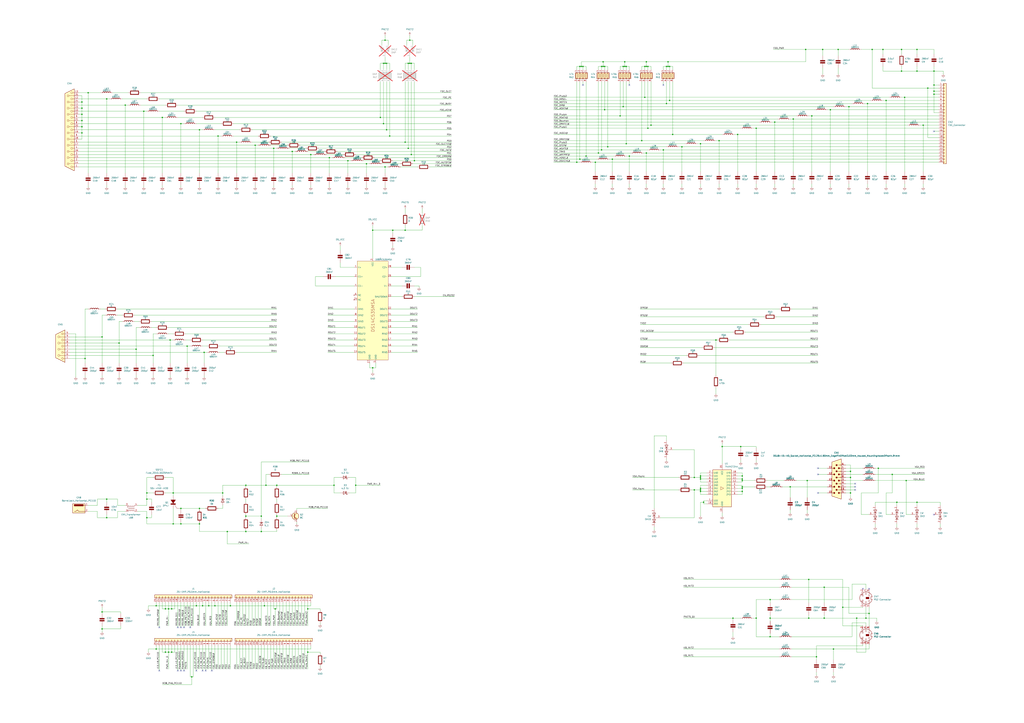
<source format=kicad_sch>
(kicad_sch (version 20250114) (generator "eeschema") (generator_version "9.0")
  (paper "A1")
  (title_block (title "PC110 Docking Station") (company "Recreated by: Ahmad Byagowi"))
  (junction (at 767.08 58.42))
  (junction (at 128.27 497.84))
  (junction (at 530.86 50.8))
  (junction (at 549.91 54.61))
  (junction (at 609.6 403.86))
  (junction (at 621.03 105.41))
  (junction (at 767.08 69.85))
  (junction (at 697.23 87.63))
  (junction (at 767.08 74.93))
  (junction (at 133.35 96.52))
  (junction (at 337.82 127))
  (junction (at 713.74 504.19))
  (junction (at 102.87 86.36))
  (junction (at 762 72.39))
  (junction (at 632.46 508))
  (junction (at 226.06 500.38))
  (junction (at 332.74 189.23))
  (junction (at 552.45 110.49))
  (junction (at 632.46 523.24))
  (junction (at 67.31 104.14))
  (junction (at 727.71 82.55))
  (junction (at 716.28 40.64))
  (junction (at 67.31 109.22))
  (junction (at 530.86 54.61))
  (junction (at 322.58 189.23))
  (junction (at 120.65 405.13))
  (junction (at 476.25 130.81))
  (junction (at 575.31 391.16))
  (junction (at 532.13 105.41))
  (junction (at 712.47 85.09))
  (junction (at 167.64 289.56))
  (junction (at 575.31 392.43))
  (junction (at 336.55 52.07))
  (junction (at 534.67 102.87))
  (junction (at 67.31 93.98))
  (junction (at 516.89 128.27))
  (junction (at 753.11 58.42))
  (junction (at 201.93 398.78))
  (junction (at 314.96 52.07))
  (junction (at 316.23 52.07))
  (junction (at 87.63 81.28))
  (junction (at 577.85 412.75))
  (junction (at 725.17 40.64))
  (junction (at 548.64 50.8))
  (junction (at 153.67 284.48))
  (junction (at 166.37 497.84))
  (junction (at 513.08 50.8))
  (junction (at 252.73 535.94))
  (junction (at 306.07 302.26))
  (junction (at 255.27 127))
  (junction (at 477.52 54.61))
  (junction (at 502.92 130.81))
  (junction (at 698.5 392.43))
  (junction (at 711.2 508))
  (junction (at 608.33 367.03))
  (junction (at 140.97 500.38))
  (junction (at 688.34 40.64))
  (junction (at 176.53 497.84))
  (junction (at 224.79 121.92))
  (junction (at 189.23 497.84))
  (junction (at 549.91 82.55))
  (junction (at 740.41 58.42))
  (junction (at 240.03 124.46))
  (junction (at 139.7 279.4))
  (junction (at 609.6 401.32))
  (junction (at 670.56 539.75))
  (junction (at 171.45 497.84))
  (junction (at 570.23 402.59))
  (junction (at 163.83 417.83))
  (junction (at 590.55 115.57))
  (junction (at 744.22 394.97))
  (junction (at 125.73 292.1))
  (junction (at 300.99 134.62))
  (junction (at 758.19 102.87))
  (junction (at 312.42 96.52))
  (junction (at 530.86 125.73))
  (junction (at 736.6 412.75))
  (junction (at 514.35 118.11))
  (junction (at 575.31 118.11))
  (junction (at 662.94 394.97))
  (junction (at 118.11 91.44))
  (junction (at 473.71 133.35))
  (junction (at 547.37 85.09))
  (junction (at 274.32 398.78))
  (junction (at 120.65 425.45))
  (junction (at 148.59 417.83))
  (junction (at 494.03 123.19))
  (junction (at 732.79 389.89))
  (junction (at 218.44 398.78))
  (junction (at 476.25 54.61))
  (junction (at 496.57 54.61))
  (junction (at 157.48 556.26))
  (junction (at 495.3 50.8))
  (junction (at 148.59 101.6))
  (junction (at 97.79 281.94))
  (junction (at 698.5 405.13))
  (junction (at 138.43 535.94))
  (junction (at 201.93 424.18))
  (junction (at 529.59 80.01))
  (junction (at 142.24 405.13))
  (junction (at 609.6 393.7))
  (junction (at 67.31 83.82))
  (junction (at 511.81 87.63))
  (junction (at 609.6 391.16))
  (junction (at 194.31 116.84))
  (junction (at 83.82 276.86))
  (junction (at 548.64 54.61))
  (junction (at 547.37 54.61))
  (junction (at 337.82 52.07))
  (junction (at 335.28 52.07))
  (junction (at 148.59 430.53))
  (junction (at 252.73 500.38))
  (junction (at 120.65 410.21))
  (junction (at 681.99 90.17))
  (junction (at 753.11 412.75))
  (junction (at 201.93 436.88))
  (junction (at 532.13 54.61))
  (junction (at 588.01 279.4))
  (junction (at 481.33 128.27))
  (junction (at 664.21 476.25))
  (junction (at 217.17 497.84))
  (junction (at 179.07 111.76))
  (junction (at 142.24 430.53))
  (junction (at 320.04 111.76))
  (junction (at 72.39 76.2))
  (junction (at 632.46 492.76))
  (junction (at 684.53 533.4))
  (junction (at 601.98 508))
  (junction (at 509.27 95.25))
  (junction (at 513.08 54.61))
  (junction (at 544.83 123.19))
  (junction (at 661.67 40.64))
  (junction (at 316.23 33.02))
  (junction (at 227.33 424.18))
  (junction (at 83.82 502.92))
  (junction (at 499.11 120.65))
  (junction (at 317.5 52.07))
  (junction (at 609.6 400.05))
  (junction (at 692.15 499.11))
  (junction (at 742.95 80.01))
  (junction (at 605.79 110.49))
  (junction (at 214.63 424.18))
  (junction (at 527.05 115.57))
  (junction (at 186.69 436.88))
  (junction (at 209.55 119.38))
  (junction (at 67.31 88.9))
  (junction (at 87.63 425.45))
  (junction (at 593.09 367.03))
  (junction (at 767.08 77.47))
  (junction (at 575.31 393.7))
  (junction (at 570.23 392.43))
  (junction (at 340.36 132.08))
  (junction (at 529.59 54.61))
  (junction (at 140.97 535.94))
  (junction (at 511.81 54.61))
  (junction (at 163.83 106.68))
  (junction (at 83.82 516.89))
  (junction (at 163.83 430.53))
  (junction (at 270.51 129.54))
  (junction (at 648.97 400.05))
  (junction (at 135.89 500.38))
  (junction (at 575.31 401.32))
  (junction (at 285.75 132.08))
  (junction (at 575.31 402.59))
  (junction (at 621.03 508))
  (junction (at 161.29 497.84))
  (junction (at 336.55 33.02))
  (junction (at 494.03 54.61))
  (junction (at 721.36 384.81))
  (junction (at 314.96 101.6))
  (junction (at 636.27 100.33))
  (junction (at 135.89 535.94))
  (junction (at 478.79 54.61))
  (junction (at 666.75 95.25))
  (junction (at 87.63 410.21))
  (junction (at 332.74 116.84))
  (junction (at 67.31 99.06))
  (junction (at 703.58 508))
  (junction (at 575.31 403.86))
  (junction (at 488.95 133.35))
  (junction (at 111.76 287.02))
  (junction (at 491.49 125.73))
  (junction (at 182.88 405.13))
  (junction (at 664.21 508))
  (junction (at 740.41 40.64))
  (junction (at 698.5 387.35))
  (junction (at 609.6 394.97))
  (junction (at 560.07 120.65))
  (junction (at 335.28 121.92))
  (junction (at 514.35 54.61))
  (junction (at 675.64 40.64))
  (junction (at 676.91 508))
  (junction (at 138.43 500.38))
  (junction (at 69.85 294.64))
  (junction (at 306.07 189.23))
  (junction (at 128.27 533.4))
  (junction (at 317.5 106.68))
  (junction (at 651.51 97.79))
  (junction (at 676.91 482.6))
  (junction (at 753.11 40.64))
  (junction (at 495.3 54.61))
  (junction (at 227.33 398.78))
  (junction (at 214.63 436.88))
  (junction (at 292.1 398.78))
  (junction (at 316.23 137.16))
  (junction (at 496.57 90.17))
  (no_connect (at 516.89 69.85))
  (no_connect (at 146.05 515.62))
  (no_connect (at 130.81 551.18))
  (no_connect (at 148.59 551.18))
  (no_connect (at 671.83 389.89))
  (no_connect (at 166.37 551.18))
  (no_connect (at 478.79 69.85))
  (no_connect (at 671.83 405.13))
  (no_connect (at 702.31 397.51))
  (no_connect (at 702.31 400.05))
  (no_connect (at 156.21 515.62))
  (no_connect (at 713.74 483.87))
  (no_connect (at 146.05 551.18))
  (no_connect (at 767.08 107.95))
  (no_connect (at 161.29 551.18))
  (no_connect (at 148.59 515.62))
  (no_connect (at 671.83 384.81))
  (no_connect (at 544.83 69.85))
  (no_connect (at 130.81 515.62))
  (no_connect (at 173.99 551.18))
  (no_connect (at 151.13 551.18))
  (no_connect (at 168.91 551.18))
  (no_connect (at 702.31 402.59))
  (no_connect (at 151.13 515.62))
  (no_connect (at 708.66 483.87))
  (no_connect (at 767.08 422.91))
  (wire (pts (xy 580.39 398.78) (xy 575.31 398.78)))
  (wire (pts (xy 335.28 52.07) (xy 335.28 57.15)))
  (wire (pts (xy 762 72.39) (xy 716.28 72.39)))
  (wire (pts (xy 670.56 554.99) (xy 670.56 552.45)))
  (wire (pts (xy 214.63 530.86) (xy 214.63 549.91)))
  (wire (pts (xy 62.23 274.32) (xy 62.23 309.88)))
  (wire (pts (xy 697.23 482.6) (xy 697.23 504.19)))
  (wire (pts (xy 725.17 54.61) (xy 725.17 58.42)))
  (wire (pts (xy 744.22 394.97) (xy 744.22 422.91)))
  (wire (pts (xy 83.82 309.88) (xy 83.82 308.61)))
  (wire (pts (xy 661.67 40.64) (xy 661.67 50.8)))
  (wire (pts (xy 67.31 104.14) (xy 67.31 99.06)))
  (wire (pts (xy 201.93 422.91) (xy 201.93 424.18)))
  (wire (pts (xy 312.42 96.52) (xy 370.84 96.52)))
  (wire (pts (xy 684.53 533.4) (xy 684.53 542.29)))
  (wire (pts (xy 146.05 495.3) (xy 146.05 515.62)))
  (wire (pts (xy 163.83 106.68) (xy 64.77 106.68)))
  (wire (pts (xy 636.27 140.97) (xy 636.27 100.33)))
  (wire (pts (xy 612.14 273.05) (xy 671.83 273.05)))
  (wire (pts (xy 560.07 140.97) (xy 560.07 120.65)))
  (wire (pts (xy 138.43 535.94) (xy 140.97 535.94)))
  (wire (pts (xy 488.95 153.67) (xy 488.95 151.13)))
  (wire (pts (xy 662.94 394.97) (xy 662.94 408.94)))
  (wire (pts (xy 698.5 405.13) (xy 698.5 408.94)))
  (wire (pts (xy 322.58 189.23) (xy 306.07 189.23)))
  (wire (pts (xy 99.06 516.89) (xy 83.82 516.89)))
  (wire (pts (xy 321.31 289.56) (xy 342.9 289.56)))
  (wire (pts (xy 227.33 398.78) (xy 227.33 400.05)))
  (wire (pts (xy 529.59 67.31) (xy 529.59 80.01)))
  (wire (pts (xy 245.11 495.3) (xy 245.11 514.35)))
  (wire (pts (xy 240.03 153.67) (xy 240.03 152.4)))
  (wire (pts (xy 651.51 153.67) (xy 651.51 151.13)))
  (wire (pts (xy 716.28 72.39) (xy 716.28 40.64)))
  (wire (pts (xy 336.55 52.07) (xy 337.82 52.07)))
  (wire (pts (xy 534.67 102.87) (xy 745.49 102.87)))
  (wire (pts (xy 496.57 90.17) (xy 669.29 90.17)))
  (wire (pts (xy 266.7 124.46) (xy 252.73 124.46)))
  (wire (pts (xy 57.15 294.64) (xy 69.85 294.64)))
  (wire (pts (xy 770.89 113.03) (xy 762 113.03)))
  (wire (pts (xy 718.82 384.81) (xy 721.36 384.81)))
  (wire (pts (xy 675.64 45.72) (xy 675.64 40.64)))
  (wire (pts (xy 64.77 86.36) (xy 102.87 86.36)))
  (wire (pts (xy 166.37 495.3) (xy 166.37 497.84)))
  (wire (pts (xy 513.08 54.61) (xy 514.35 54.61)))
  (wire (pts (xy 285.75 153.67) (xy 285.75 152.4)))
  (wire (pts (xy 176.53 495.3) (xy 176.53 497.84)))
  (wire (pts (xy 194.31 116.84) (xy 64.77 116.84)))
  (wire (pts (xy 163.83 530.86) (xy 163.83 549.91)))
  (wire (pts (xy 740.41 44.45) (xy 740.41 40.64)))
  (wire (pts (xy 179.07 111.76) (xy 64.77 111.76)))
  (wire (pts (xy 495.3 50.8) (xy 495.3 54.61)))
  (wire (pts (xy 532.13 54.61) (xy 532.13 57.15)))
  (wire (pts (xy 167.64 298.45) (xy 167.64 289.56)))
  (wire (pts (xy 146.05 86.36) (xy 370.84 86.36)))
  (wire (pts (xy 618.49 508) (xy 621.03 508)))
  (wire (pts (xy 732.79 389.89) (xy 759.46 389.89)))
  (wire (pts (xy 697.23 87.63) (xy 770.89 87.63)))
  (wire (pts (xy 142.24 392.43) (xy 142.24 405.13)))
  (wire (pts (xy 530.86 140.97) (xy 530.86 125.73)))
  (wire (pts (xy 64.77 88.9) (xy 67.31 88.9)))
  (wire (pts (xy 247.65 530.86) (xy 247.65 549.91)))
  (wire (pts (xy 699.77 480.06) (xy 699.77 492.76)))
  (wire (pts (xy 561.34 539.75) (xy 640.08 539.75)))
  (wire (pts (xy 147.32 417.83) (xy 148.59 417.83)))
  (wire (pts (xy 488.95 140.97) (xy 488.95 133.35)))
  (wire (pts (xy 64.77 76.2) (xy 72.39 76.2)))
  (wire (pts (xy 110.49 264.16) (xy 114.3 264.16)))
  (wire (pts (xy 321.31 254) (xy 342.9 254)))
  (wire (pts (xy 317.5 52.07) (xy 316.23 52.07)))
  (wire (pts (xy 727.71 82.55) (xy 770.89 82.55)))
  (wire (pts (xy 171.45 530.86) (xy 171.45 549.91)))
  (wire (pts (xy 57.15 281.94) (xy 97.79 281.94)))
  (wire (pts (xy 767.08 92.71) (xy 767.08 77.47)))
  (wire (pts (xy 336.55 46.99) (xy 336.55 52.07)))
  (wire (pts (xy 318.77 36.83) (xy 318.77 33.02)))
  (wire (pts (xy 191.77 101.6) (xy 314.96 101.6)))
  (wire (pts (xy 229.87 495.3) (xy 229.87 514.35)))
  (wire (pts (xy 454.66 102.87) (xy 534.67 102.87)))
  (wire (pts (xy 725.17 82.55) (xy 727.71 82.55)))
  (wire (pts (xy 772.16 415.29) (xy 772.16 412.75)))
  (wire (pts (xy 530.86 125.73) (xy 770.89 125.73)))
  (wire (pts (xy 454.66 105.41) (xy 532.13 105.41)))
  (wire (pts (xy 561.34 476.25) (xy 640.08 476.25)))
  (wire (pts (xy 255.27 127) (xy 64.77 127)))
  (wire (pts (xy 96.52 259.08) (xy 100.33 259.08)))
  (wire (pts (xy 312.42 52.07) (xy 312.42 57.15)))
  (wire (pts (xy 588.01 115.57) (xy 590.55 115.57)))
  (wire (pts (xy 454.66 110.49) (xy 552.45 110.49)))
  (wire (pts (xy 250.19 530.86) (xy 250.19 549.91)))
  (wire (pts (xy 494.03 54.61) (xy 494.03 57.15)))
  (wire (pts (xy 476.25 54.61) (xy 477.52 54.61)))
  (wire (pts (xy 547.37 54.61) (xy 548.64 54.61)))
  (wire (pts (xy 593.09 367.03) (xy 593.09 381)))
  (wire (pts (xy 495.3 50.8) (xy 477.52 50.8)))
  (wire (pts (xy 135.89 495.3) (xy 135.89 500.38)))
  (wire (pts (xy 544.83 140.97) (xy 544.83 123.19)))
  (wire (pts (xy 318.77 33.02) (xy 316.23 33.02)))
  (wire (pts (xy 124.46 422.91) (xy 124.46 425.45)))
  (wire (pts (xy 252.73 500.38) (xy 262.89 500.38)))
  (wire (pts (xy 454.66 125.73) (xy 491.49 125.73)))
  (wire (pts (xy 481.33 128.27) (xy 504.19 128.27)))
  (wire (pts (xy 648.97 97.79) (xy 651.51 97.79)))
  (wire (pts (xy 744.22 394.97) (xy 759.46 394.97)))
  (wire (pts (xy 153.67 284.48) (xy 156.21 284.48)))
  (wire (pts (xy 139.7 279.4) (xy 139.7 298.45)))
  (wire (pts (xy 525.78 285.75) (xy 576.58 285.75)))
  (wire (pts (xy 163.83 417.83) (xy 168.91 417.83)))
  (wire (pts (xy 527.05 67.31) (xy 527.05 115.57)))
  (wire (pts (xy 609.6 394.97) (xy 609.6 393.7)))
  (wire (pts (xy 486.41 133.35) (xy 488.95 133.35)))
  (wire (pts (xy 135.89 500.38) (xy 138.43 500.38)))
  (wire (pts (xy 711.2 508) (xy 720.09 508)))
  (wire (pts (xy 308.61 298.45) (xy 308.61 302.26)))
  (wire (pts (xy 67.31 114.3) (xy 67.31 109.22)))
  (wire (pts (xy 229.87 530.86) (xy 229.87 549.91)))
  (wire (pts (xy 269.24 289.56) (xy 290.83 289.56)))
  (wire (pts (xy 173.99 530.86) (xy 173.99 551.18)))
  (wire (pts (xy 525.78 298.45) (xy 551.18 298.45)))
  (wire (pts (xy 184.15 530.86) (xy 184.15 549.91)))
  (wire (pts (xy 124.46 412.75) (xy 124.46 410.21)))
  (wire (pts (xy 140.97 495.3) (xy 140.97 500.38)))
  (wire (pts (xy 605.79 140.97) (xy 605.79 110.49)))
  (wire (pts (xy 648.97 400.05) (xy 648.97 408.94)))
  (wire (pts (xy 237.49 495.3) (xy 237.49 514.35)))
  (wire (pts (xy 243.84 417.83) (xy 243.84 419.1)))
  (wire (pts (xy 552.45 369.57) (xy 570.23 369.57)))
  (wire (pts (xy 621.03 105.41) (xy 770.89 105.41)))
  (wire (pts (xy 269.24 254) (xy 290.83 254)))
  (wire (pts (xy 199.39 530.86) (xy 199.39 549.91)))
  (wire (pts (xy 621.03 140.97) (xy 621.03 105.41)))
  (wire (pts (xy 97.79 298.45) (xy 97.79 281.94)))
  (wire (pts (xy 699.77 511.81) (xy 711.2 511.81)))
  (wire (pts (xy 736.6 412.75) (xy 736.6 415.29)))
  (wire (pts (xy 224.79 121.92) (xy 64.77 121.92)))
  (wire (pts (xy 316.23 29.21) (xy 316.23 33.02)))
  (wire (pts (xy 287.02 392.43) (xy 292.1 392.43)))
  (wire (pts (xy 605.79 401.32) (xy 609.6 401.32)))
  (wire (pts (xy 651.51 97.79) (xy 770.89 97.79)))
  (wire (pts (xy 321.31 219.71) (xy 330.2 219.71)))
  (wire (pts (xy 694.69 87.63) (xy 697.23 87.63)))
  (wire (pts (xy 574.04 292.1) (xy 671.83 292.1)))
  (wire (pts (xy 234.95 530.86) (xy 234.95 549.91)))
  (wire (pts (xy 214.63 495.3) (xy 214.63 514.35)))
  (wire (pts (xy 346.71 185.42) (xy 346.71 189.23)))
  (wire (pts (xy 632.46 492.76) (xy 632.46 495.3)))
  (wire (pts (xy 580.39 411.48) (xy 577.85 411.48)))
  (wire (pts (xy 699.77 480.06) (xy 711.2 480.06)))
  (wire (pts (xy 57.15 289.56) (xy 167.64 289.56)))
  (wire (pts (xy 255.27 153.67) (xy 255.27 152.4)))
  (wire (pts (xy 661.67 40.64) (xy 675.64 40.64)))
  (wire (pts (xy 163.83 419.1) (xy 163.83 417.83)))
  (wire (pts (xy 694.69 400.05) (xy 702.31 400.05)))
  (wire (pts (xy 633.73 100.33) (xy 636.27 100.33)))
  (wire (pts (xy 57.15 287.02) (xy 111.76 287.02)))
  (wire (pts (xy 207.01 106.68) (xy 317.5 106.68)))
  (wire (pts (xy 454.66 97.79) (xy 638.81 97.79)))
  (wire (pts (xy 762 113.03) (xy 762 72.39)))
  (wire (pts (xy 529.59 54.61) (xy 530.86 54.61)))
  (wire (pts (xy 196.85 530.86) (xy 196.85 549.91)))
  (wire (pts (xy 222.25 111.76) (xy 320.04 111.76)))
  (wire (pts (xy 163.83 436.88) (xy 163.83 430.53)))
  (wire (pts (xy 454.66 95.25) (xy 509.27 95.25)))
  (wire (pts (xy 120.65 392.43) (xy 120.65 405.13)))
  (wire (pts (xy 499.11 120.65) (xy 547.37 120.65)))
  (wire (pts (xy 340.36 132.08) (xy 370.84 132.08)))
  (wire (pts (xy 770.89 72.39) (xy 762 72.39)))
  (wire (pts (xy 217.17 497.84) (xy 255.27 497.84)))
  (wire (pts (xy 64.77 124.46) (xy 240.03 124.46)))
  (wire (pts (xy 346.71 171.45) (xy 346.71 175.26)))
  (wire (pts (xy 148.59 430.53) (xy 163.83 430.53)))
  (wire (pts (xy 87.63 425.45) (xy 87.63 422.91)))
  (wire (pts (xy 621.03 367.03) (xy 608.33 367.03)))
  (wire (pts (xy 575.31 392.43) (xy 575.31 391.16)))
  (wire (pts (xy 336.55 29.21) (xy 336.55 33.02)))
  (wire (pts (xy 189.23 530.86) (xy 189.23 549.91)))
  (wire (pts (xy 519.43 392.43) (xy 557.53 392.43)))
  (wire (pts (xy 567.69 392.43) (xy 570.23 392.43)))
  (wire (pts (xy 130.81 81.28) (xy 370.84 81.28)))
  (wire (pts (xy 64.77 114.3) (xy 67.31 114.3)))
  (wire (pts (xy 252.73 535.94) (xy 252.73 549.91)))
  (wire (pts (xy 707.39 405.13) (xy 721.36 405.13)))
  (wire (pts (xy 64.77 93.98) (xy 67.31 93.98)))
  (wire (pts (xy 511.81 67.31) (xy 511.81 87.63)))
  (wire (pts (xy 703.58 508) (xy 711.2 508)))
  (wire (pts (xy 707.39 422.91) (xy 707.39 405.13)))
  (wire (pts (xy 332.74 116.84) (xy 370.84 116.84)))
  (wire (pts (xy 621.03 368.3) (xy 621.03 367.03)))
  (wire (pts (xy 624.84 266.7) (xy 671.83 266.7)))
  (wire (pts (xy 767.08 69.85) (xy 770.89 69.85)))
  (wire (pts (xy 454.66 82.55) (xy 549.91 82.55)))
  (wire (pts (xy 308.61 302.26) (xy 306.07 302.26)))
  (wire (pts (xy 725.17 58.42) (xy 740.41 58.42)))
  (wire (pts (xy 314.96 67.31) (xy 314.96 101.6)))
  (wire (pts (xy 491.49 67.31) (xy 491.49 125.73)))
  (wire (pts (xy 166.37 279.4) (xy 227.33 279.4)))
  (wire (pts (xy 621.03 508) (xy 621.03 523.24)))
  (wire (pts (xy 473.71 133.35) (xy 476.25 133.35)))
  (wire (pts (xy 725.17 40.64) (xy 740.41 40.64)))
  (wire (pts (xy 499.11 67.31) (xy 499.11 120.65)))
  (wire (pts (xy 274.32 398.78) (xy 274.32 392.43)))
  (wire (pts (xy 608.33 367.03) (xy 593.09 367.03)))
  (wire (pts (xy 156.21 556.26) (xy 157.48 556.26)))
  (wire (pts (xy 102.87 153.67) (xy 102.87 152.4)))
  (wire (pts (xy 207.01 495.3) (xy 207.01 514.35)))
  (wire (pts (xy 250.19 495.3) (xy 250.19 514.35)))
  (wire (pts (xy 317.5 52.07) (xy 317.5 57.15)))
  (wire (pts (xy 477.52 54.61) (xy 478.79 54.61)))
  (wire (pts (xy 767.08 77.47) (xy 767.08 74.93)))
  (wire (pts (xy 609.6 400.05) (xy 609.6 401.32)))
  (wire (pts (xy 742.95 80.01) (xy 770.89 80.01)))
  (wire (pts (xy 481.33 54.61) (xy 481.33 57.15)))
  (wire (pts (xy 72.39 153.67) (xy 72.39 152.4)))
  (wire (pts (xy 478.79 67.31) (xy 478.79 69.85)))
  (wire (pts (xy 300.99 134.62) (xy 300.99 142.24)))
  (wire (pts (xy 664.21 95.25) (xy 666.75 95.25)))
  (wire (pts (xy 339.09 33.02) (xy 336.55 33.02)))
  (wire (pts (xy 96.52 254) (xy 227.33 254)))
  (wire (pts (xy 67.31 78.74) (xy 67.31 83.82)))
  (wire (pts (xy 629.92 394.97) (xy 643.89 394.97)))
  (wire (pts (xy 561.34 298.45) (xy 671.83 298.45)))
  (wire (pts (xy 332.74 189.23) (xy 322.58 189.23)))
  (wire (pts (xy 153.67 495.3) (xy 153.67 514.35)))
  (wire (pts (xy 96.52 425.45) (xy 87.63 425.45)))
  (wire (pts (xy 332.74 67.31) (xy 332.74 116.84)))
  (wire (pts (xy 491.49 125.73) (xy 518.16 125.73)))
  (wire (pts (xy 67.31 99.06) (xy 67.31 93.98)))
  (wire (pts (xy 697.23 153.67) (xy 697.23 151.13)))
  (wire (pts (xy 194.31 495.3) (xy 194.31 514.35)))
  (wire (pts (xy 537.21 435.61) (xy 537.21 433.07)))
  (wire (pts (xy 201.93 424.18) (xy 214.63 424.18)))
  (wire (pts (xy 262.89 548.64) (xy 262.89 547.37)))
  (wire (pts (xy 547.37 358.14) (xy 547.37 361.95)))
  (wire (pts (xy 318.77 137.16) (xy 316.23 137.16)))
  (wire (pts (xy 748.03 422.91) (xy 744.22 422.91)))
  (wire (pts (xy 227.33 530.86) (xy 227.33 549.91)))
  (wire (pts (xy 320.04 111.76) (xy 370.84 111.76)))
  (wire (pts (xy 532.13 105.41) (xy 608.33 105.41)))
  (wire (pts (xy 650.24 492.76) (xy 699.77 492.76)))
  (wire (pts (xy 577.85 414.02) (xy 580.39 414.02)))
  (wire (pts (xy 201.93 410.21) (xy 201.93 412.75)))
  (wire (pts (xy 664.21 476.25) (xy 664.21 495.3)))
  (wire (pts (xy 67.31 83.82) (xy 64.77 83.82)))
  (wire (pts (xy 549.91 54.61) (xy 549.91 57.15)))
  (wire (pts (xy 194.31 289.56) (xy 227.33 289.56)))
  (wire (pts (xy 64.77 99.06) (xy 67.31 99.06)))
  (wire (pts (xy 316.23 142.24) (xy 316.23 137.16)))
  (wire (pts (xy 214.63 434.34) (xy 214.63 436.88)))
  (wire (pts (xy 609.6 396.24) (xy 609.6 394.97)))
  (wire (pts (xy 231.14 116.84) (xy 332.74 116.84)))
  (wire (pts (xy 138.43 500.38) (xy 138.43 514.35)))
  (wire (pts (xy 454.66 120.65) (xy 499.11 120.65)))
  (wire (pts (xy 270.51 153.67) (xy 270.51 152.4)))
  (wire (pts (xy 90.17 81.28) (xy 87.63 81.28)))
  (wire (pts (xy 86.36 259.08) (xy 83.82 259.08)))
  (wire (pts (xy 514.35 128.27) (xy 516.89 128.27)))
  (wire (pts (xy 72.39 76.2) (xy 72.39 142.24)))
  (wire (pts (xy 80.01 420.37) (xy 80.01 425.45)))
  (wire (pts (xy 335.28 52.07) (xy 336.55 52.07)))
  (wire (pts (xy 232.41 495.3) (xy 232.41 514.35)))
  (wire (pts (xy 650.24 476.25) (xy 664.21 476.25)))
  (wire (pts (xy 118.11 153.67) (xy 118.11 152.4)))
  (wire (pts (xy 64.77 91.44) (xy 118.11 91.44)))
  (wire (pts (xy 83.82 516.89) (xy 83.82 514.35)))
  (wire (pts (xy 529.59 80.01) (xy 730.25 80.01)))
  (wire (pts (xy 171.45 497.84) (xy 166.37 497.84)))
  (wire (pts (xy 534.67 54.61) (xy 534.67 57.15)))
  (wire (pts (xy 770.89 92.71) (xy 767.08 92.71)))
  (wire (pts (xy 454.66 90.17) (xy 496.57 90.17)))
  (wire (pts (xy 316.23 52.07) (xy 314.96 52.07)))
  (wire (pts (xy 130.81 530.86) (xy 130.81 551.18)))
  (wire (pts (xy 321.31 284.48) (xy 342.9 284.48)))
  (wire (pts (xy 179.07 495.3) (xy 179.07 514.35)))
  (wire (pts (xy 544.83 123.19) (xy 770.89 123.19)))
  (wire (pts (xy 64.77 78.74) (xy 67.31 78.74)))
  (wire (pts (xy 321.31 259.08) (xy 342.9 259.08)))
  (wire (pts (xy 654.05 394.97) (xy 662.94 394.97)))
  (wire (pts (xy 770.89 74.93) (xy 767.08 74.93)))
  (wire (pts (xy 181.61 111.76) (xy 179.07 111.76)))
  (wire (pts (xy 547.37 67.31) (xy 547.37 85.09)))
  (wire (pts (xy 261.62 121.92) (xy 335.28 121.92)))
  (wire (pts (xy 64.77 81.28) (xy 87.63 81.28)))
  (wire (pts (xy 529.59 54.61) (xy 529.59 57.15)))
  (wire (pts (xy 133.35 562.61) (xy 157.48 562.61)))
  (wire (pts (xy 718.82 415.29) (xy 718.82 412.75)))
  (wire (pts (xy 189.23 497.84) (xy 176.53 497.84)))
  (wire (pts (xy 513.08 50.8) (xy 513.08 54.61)))
  (wire (pts (xy 548.64 50.8) (xy 530.86 50.8)))
  (wire (pts (xy 99.06 502.92) (xy 83.82 502.92)))
  (wire (pts (xy 736.6 433.07) (xy 736.6 430.53)))
  (wire (pts (xy 575.31 393.7) (xy 580.39 393.7)))
  (wire (pts (xy 662.94 421.64) (xy 662.94 419.1)))
  (wire (pts (xy 148.59 417.83) (xy 163.83 417.83)))
  (wire (pts (xy 224.79 142.24) (xy 224.79 121.92)))
  (wire (pts (xy 313.69 33.02) (xy 313.69 36.83)))
  (wire (pts (xy 196.85 495.3) (xy 196.85 514.35)))
  (wire (pts (xy 321.31 264.16) (xy 342.9 264.16)))
  (wire (pts (xy 120.65 91.44) (xy 118.11 91.44)))
  (wire (pts (xy 637.54 260.35) (xy 671.83 260.35)))
  (wire (pts (xy 651.51 140.97) (xy 651.51 97.79)))
  (wire (pts (xy 547.37 85.09) (xy 699.77 85.09)))
  (wire (pts (xy 496.57 54.61) (xy 496.57 57.15)))
  (wire (pts (xy 593.09 364.49) (xy 593.09 367.03)))
  (wire (pts (xy 601.98 508) (xy 601.98 509.27)))
  (wire (pts (xy 561.34 533.4) (xy 640.08 533.4)))
  (wire (pts (xy 767.08 107.95) (xy 770.89 107.95)))
  (wire (pts (xy 194.31 530.86) (xy 194.31 549.91)))
  (wire (pts (xy 153.67 284.48) (xy 153.67 298.45)))
  (wire (pts (xy 575.31 388.62) (xy 580.39 388.62)))
  (wire (pts (xy 544.83 67.31) (xy 544.83 69.85)))
  (wire (pts (xy 176.53 96.52) (xy 312.42 96.52)))
  (wire (pts (xy 204.47 495.3) (xy 204.47 514.35)))
  (wire (pts (xy 528.32 125.73) (xy 530.86 125.73)))
  (wire (pts (xy 161.29 91.44) (xy 370.84 91.44)))
  (wire (pts (xy 476.25 54.61) (xy 476.25 57.15)))
  (wire (pts (xy 755.65 102.87) (xy 758.19 102.87)))
  (wire (pts (xy 316.23 137.16) (xy 64.77 137.16)))
  (wire (pts (xy 713.74 504.19) (xy 713.74 514.35)))
  (wire (pts (xy 339.09 36.83) (xy 339.09 33.02)))
  (wire (pts (xy 321.31 243.84) (xy 330.2 243.84)))
  (wire (pts (xy 262.89 513.08) (xy 262.89 511.81)))
  (wire (pts (xy 138.43 530.86) (xy 138.43 535.94)))
  (wire (pts (xy 511.81 87.63) (xy 684.53 87.63)))
  (wire (pts (xy 332.74 171.45) (xy 332.74 175.26)))
  (wire (pts (xy 671.83 389.89) (xy 679.45 389.89)))
  (wire (pts (xy 128.27 533.4) (xy 255.27 533.4)))
  (wire (pts (xy 67.31 93.98) (xy 67.31 88.9)))
  (wire (pts (xy 575.31 118.11) (xy 770.89 118.11)))
  (wire (pts (xy 547.37 358.14) (xy 537.21 358.14)))
  (wire (pts (xy 313.69 134.62) (xy 328.93 134.62)))
  (wire (pts (xy 718.82 412.75) (xy 736.6 412.75)))
  (wire (pts (xy 753.11 58.42) (xy 767.08 58.42)))
  (wire (pts (xy 209.55 153.67) (xy 209.55 152.4)))
  (wire (pts (xy 138.43 535.94) (xy 138.43 549.91)))
  (wire (pts (xy 306.07 302.26) (xy 306.07 306.07)))
  (wire (pts (xy 636.27 100.33) (xy 770.89 100.33)))
  (wire (pts (xy 496.57 54.61) (xy 499.11 54.61)))
  (wire (pts (xy 157.48 556.26) (xy 157.48 562.61)))
  (wire (pts (xy 679.45 90.17) (xy 681.99 90.17)))
  (wire (pts (xy 548.64 50.8) (xy 548.64 54.61)))
  (wire (pts (xy 454.66 123.19) (xy 494.03 123.19)))
  (wire (pts (xy 499.11 54.61) (xy 499.11 57.15)))
  (wire (pts (xy 148.59 495.3) (xy 148.59 515.62)))
  (wire (pts (xy 120.65 410.21) (xy 120.65 405.13)))
  (wire (pts (xy 133.35 142.24) (xy 133.35 96.52)))
  (wire (pts (xy 713.74 422.91) (xy 707.39 422.91)))
  (wire (pts (xy 83.82 298.45) (xy 83.82 276.86)))
  (wire (pts (xy 676.91 482.6) (xy 697.23 482.6)))
  (wire (pts (xy 69.85 254) (xy 69.85 294.64)))
  (wire (pts (xy 537.21 358.14) (xy 537.21 417.83)))
  (wire (pts (xy 259.08 227.33) (xy 265.43 227.33)))
  (wire (pts (xy 532.13 54.61) (xy 534.67 54.61)))
  (wire (pts (xy 632.46 492.76) (xy 640.08 492.76)))
  (wire (pts (xy 618.49 105.41) (xy 621.03 105.41)))
  (wire (pts (xy 542.29 123.19) (xy 544.83 123.19)))
  (wire (pts (xy 560.07 120.65) (xy 770.89 120.65)))
  (wire (pts (xy 227.33 121.92) (xy 224.79 121.92)))
  (wire (pts (xy 605.79 403.86) (xy 609.6 403.86)))
  (wire (pts (xy 532.13 67.31) (xy 532.13 105.41)))
  (wire (pts (xy 212.09 495.3) (xy 212.09 514.35)))
  (wire (pts (xy 570.23 402.59) (xy 575.31 402.59)))
  (wire (pts (xy 476.25 130.81) (xy 490.22 130.81)))
  (wire (pts (xy 201.93 495.3) (xy 201.93 514.35)))
  (wire (pts (xy 166.37 96.52) (xy 146.05 96.52)))
  (wire (pts (xy 542.29 425.45) (xy 570.23 425.45)))
  (wire (pts (xy 269.24 269.24) (xy 290.83 269.24)))
  (wire (pts (xy 269.24 259.08) (xy 290.83 259.08)))
  (wire (pts (xy 199.39 495.3) (xy 199.39 514.35)))
  (wire (pts (xy 698.5 392.43) (xy 698.5 405.13)))
  (wire (pts (xy 194.31 142.24) (xy 194.31 116.84)))
  (wire (pts (xy 181.61 530.86) (xy 181.61 549.91)))
  (wire (pts (xy 608.33 508) (xy 601.98 508)))
  (wire (pts (xy 509.27 57.15) (xy 509.27 54.61)))
  (wire (pts (xy 601.98 523.24) (xy 601.98 519.43)))
  (wire (pts (xy 570.23 392.43) (xy 575.31 392.43)))
  (wire (pts (xy 557.53 120.65) (xy 560.07 120.65)))
  (wire (pts (xy 511.81 54.61) (xy 513.08 54.61)))
  (wire (pts (xy 161.29 497.84) (xy 128.27 497.84)))
  (wire (pts (xy 125.73 392.43) (xy 120.65 392.43)))
  (wire (pts (xy 767.08 58.42) (xy 767.08 69.85)))
  (wire (pts (xy 163.83 142.24) (xy 163.83 106.68)))
  (wire (pts (xy 214.63 436.88) (xy 227.33 436.88)))
  (wire (pts (xy 290.83 219.71) (xy 279.4 219.71)))
  (wire (pts (xy 214.63 379.73) (xy 254 379.73)))
  (wire (pts (xy 290.83 234.95) (xy 259.08 234.95)))
  (wire (pts (xy 511.81 54.61) (xy 511.81 57.15)))
  (wire (pts (xy 83.82 259.08) (xy 83.82 276.86)))
  (wire (pts (xy 82.55 254) (xy 86.36 254)))
  (wire (pts (xy 222.25 530.86) (xy 222.25 549.91)))
  (wire (pts (xy 186.69 447.04) (xy 204.47 447.04)))
  (wire (pts (xy 151.13 101.6) (xy 148.59 101.6)))
  (wire (pts (xy 516.89 67.31) (xy 516.89 69.85)))
  (wire (pts (xy 544.83 153.67) (xy 544.83 151.13)))
  (wire (pts (xy 69.85 294.64) (xy 69.85 298.45)))
  (wire (pts (xy 161.29 530.86) (xy 161.29 551.18)))
  (wire (pts (xy 588.01 323.85) (xy 588.01 318.77)))
  (wire (pts (xy 732.79 405.13) (xy 732.79 389.89)))
  (wire (pts (xy 115.57 76.2) (xy 370.84 76.2)))
  (wire (pts (xy 224.79 153.67) (xy 224.79 152.4)))
  (wire (pts (xy 267.97 127) (xy 281.94 127)))
  (wire (pts (xy 495.3 54.61) (xy 496.57 54.61)))
  (wire (pts (xy 245.11 530.86) (xy 245.11 549.91)))
  (wire (pts (xy 120.65 425.45) (xy 120.65 430.53)))
  (wire (pts (xy 632.46 508) (xy 664.21 508)))
  (wire (pts (xy 255.27 142.24) (xy 255.27 127)))
  (wire (pts (xy 220.98 116.84) (xy 207.01 116.84)))
  (wire (pts (xy 166.37 530.86) (xy 166.37 551.18)))
  (wire (pts (xy 340.36 67.31) (xy 340.36 132.08)))
  (wire (pts (xy 227.33 410.21) (xy 227.33 412.75)))
  (wire (pts (xy 740.41 80.01) (xy 742.95 80.01)))
  (wire (pts (xy 650.24 533.4) (xy 684.53 533.4)))
  (wire (pts (xy 255.27 533.4) (xy 255.27 530.86)))
  (wire (pts (xy 243.84 430.53) (xy 243.84 429.26)))
  (wire (pts (xy 166.37 284.48) (xy 170.18 284.48)))
  (wire (pts (xy 196.85 116.84) (xy 194.31 116.84)))
  (wire (pts (xy 125.73 309.88) (xy 125.73 308.61)))
  (wire (pts (xy 477.52 50.8) (xy 477.52 54.61)))
  (wire (pts (xy 476.25 67.31) (xy 476.25 130.81)))
  (wire (pts (xy 767.08 58.42) (xy 774.7 58.42)))
  (wire (pts (xy 527.05 54.61) (xy 529.59 54.61)))
  (wire (pts (xy 570.23 369.57) (xy 570.23 392.43)))
  (wire (pts (xy 148.59 530.86) (xy 148.59 551.18)))
  (wire (pts (xy 252.73 495.3) (xy 252.73 500.38)))
  (wire (pts (xy 179.07 153.67) (xy 179.07 152.4)))
  (wire (pts (xy 694.69 402.59) (xy 702.31 402.59)))
  (wire (pts (xy 716.28 40.64) (xy 725.17 40.64)))
  (wire (pts (xy 621.03 523.24) (xy 632.46 523.24)))
  (wire (pts (xy 514.35 118.11) (xy 562.61 118.11)))
  (wire (pts (xy 224.79 495.3) (xy 224.79 500.38)))
  (wire (pts (xy 152.4 274.32) (xy 227.33 274.32)))
  (wire (pts (xy 586.74 285.75) (xy 671.83 285.75)))
  (wire (pts (xy 590.55 140.97) (xy 590.55 115.57)))
  (wire (pts (xy 303.53 134.62) (xy 300.99 134.62)))
  (wire (pts (xy 353.06 137.16) (xy 370.84 137.16)))
  (wire (pts (xy 124.46 269.24) (xy 128.27 269.24)))
  (wire (pts (xy 128.27 497.84) (xy 128.27 495.3)))
  (wire (pts (xy 97.79 264.16) (xy 97.79 281.94)))
  (wire (pts (xy 143.51 495.3) (xy 143.51 500.38)))
  (wire (pts (xy 513.08 50.8) (xy 495.3 50.8)))
  (wire (pts (xy 711.2 535.94) (xy 711.2 529.59)))
  (wire (pts (xy 772.16 433.07) (xy 772.16 430.53)))
  (wire (pts (xy 709.93 85.09) (xy 712.47 85.09)))
  (wire (pts (xy 650.24 254) (xy 671.83 254)))
  (wire (pts (xy 128.27 533.4) (xy 128.27 530.86)))
  (wire (pts (xy 179.07 417.83) (xy 182.88 417.83)))
  (wire (pts (xy 113.03 415.29) (xy 120.65 415.29)))
  (wire (pts (xy 209.55 142.24) (xy 209.55 119.38)))
  (wire (pts (xy 530.86 54.61) (xy 532.13 54.61)))
  (wire (pts (xy 502.92 130.81) (xy 770.89 130.81)))
  (wire (pts (xy 153.67 309.88) (xy 153.67 308.61)))
  (wire (pts (xy 609.6 394.97) (xy 619.76 394.97)))
  (wire (pts (xy 632.46 508) (xy 632.46 510.54)))
  (wire (pts (xy 575.31 424.18) (xy 575.31 412.75)))
  (wire (pts (xy 231.14 389.89) (xy 254 389.89)))
  (wire (pts (xy 494.03 123.19) (xy 532.13 123.19)))
  (wire (pts (xy 516.89 54.61) (xy 516.89 57.15)))
  (wire (pts (xy 703.58 508) (xy 703.58 535.94)))
  (wire (pts (xy 549.91 82.55) (xy 715.01 82.55)))
  (wire (pts (xy 135.89 535.94) (xy 138.43 535.94)))
  (wire (pts (xy 525.78 292.1) (xy 563.88 292.1)))
  (wire (pts (xy 222.25 119.38) (xy 236.22 119.38)))
  (wire (pts (xy 609.6 403.86) (xy 609.6 406.4)))
  (wire (pts (xy 133.35 96.52) (xy 64.77 96.52)))
  (wire (pts (xy 575.31 402.59) (xy 575.31 403.86)))
  (wire (pts (xy 525.78 260.35) (xy 627.38 260.35)))
  (wire (pts (xy 692.15 476.25) (xy 692.15 499.11)))
  (wire (pts (xy 167.64 289.56) (xy 170.18 289.56)))
  (wire (pts (xy 100.33 264.16) (xy 97.79 264.16)))
  (wire (pts (xy 621.03 153.67) (xy 621.03 151.13)))
  (wire (pts (xy 552.45 110.49) (xy 593.09 110.49)))
  (wire (pts (xy 167.64 309.88) (xy 167.64 308.61)))
  (wire (pts (xy 157.48 556.26) (xy 158.75 556.26)))
  (wire (pts (xy 142.24 430.53) (xy 148.59 430.53)))
  (wire (pts (xy 259.08 234.95) (xy 259.08 227.33)))
  (wire (pts (xy 692.15 499.11) (xy 692.15 514.35)))
  (wire (pts (xy 214.63 424.18) (xy 214.63 426.72)))
  (wire (pts (xy 340.36 243.84) (xy 373.38 243.84)))
  (wire (pts (xy 83.82 502.92) (xy 83.82 504.19)))
  (wire (pts (xy 153.67 530.86) (xy 153.67 549.91)))
  (wire (pts (xy 575.31 412.75) (xy 577.85 412.75)))
  (wire (pts (xy 721.36 405.13) (xy 721.36 384.81)))
  (wire (pts (xy 664.21 505.46) (xy 664.21 508)))
  (wire (pts (xy 670.56 530.86) (xy 708.66 530.86)))
  (wire (pts (xy 163.83 153.67) (xy 163.83 152.4)))
  (wire (pts (xy 337.82 67.31) (xy 337.82 127)))
  (wire (pts (xy 575.31 391.16) (xy 575.31 388.62)))
  (wire (pts (xy 609.6 391.16) (xy 609.6 388.62)))
  (wire (pts (xy 548.64 54.61) (xy 549.91 54.61)))
  (wire (pts (xy 96.52 410.21) (xy 87.63 410.21)))
  (wire (pts (xy 322.58 132.08) (xy 340.36 132.08)))
  (wire (pts (xy 110.49 259.08) (xy 227.33 259.08)))
  (wire (pts (xy 698.5 382.27) (xy 698.5 387.35)))
  (wire (pts (xy 662.94 394.97) (xy 679.45 394.97)))
  (wire (pts (xy 713.74 504.19) (xy 697.23 504.19)))
  (wire (pts (xy 692.15 499.11) (xy 708.66 499.11)))
  (wire (pts (xy 684.53 554.99) (xy 684.53 552.45)))
  (wire (pts (xy 590.55 115.57) (xy 770.89 115.57)))
  (wire (pts (xy 575.31 401.32) (xy 580.39 401.32)))
  (wire (pts (xy 171.45 495.3) (xy 171.45 497.84)))
  (wire (pts (xy 120.65 430.53) (xy 142.24 430.53)))
  (wire (pts (xy 454.66 130.81) (xy 476.25 130.81)))
  (wire (pts (xy 151.13 530.86) (xy 151.13 551.18)))
  (wire (pts (xy 96.52 420.37) (xy 96.52 425.45)))
  (wire (pts (xy 525.78 254) (xy 640.08 254)))
  (wire (pts (xy 530.86 50.8) (xy 530.86 54.61)))
  (wire (pts (xy 105.41 86.36) (xy 102.87 86.36)))
  (wire (pts (xy 608.33 379.73) (xy 608.33 378.46)))
  (wire (pts (xy 242.57 530.86) (xy 242.57 549.91)))
  (wire (pts (xy 212.09 119.38) (xy 209.55 119.38)))
  (wire (pts (xy 240.03 530.86) (xy 240.03 549.91)))
  (wire (pts (xy 151.13 495.3) (xy 151.13 515.62)))
  (wire (pts (xy 269.24 264.16) (xy 290.83 264.16)))
  (wire (pts (xy 711.2 499.11) (xy 711.2 508)))
  (wire (pts (xy 758.19 102.87) (xy 770.89 102.87)))
  (wire (pts (xy 454.66 87.63) (xy 511.81 87.63)))
  (wire (pts (xy 580.39 396.24) (xy 575.31 396.24)))
  (wire (pts (xy 509.27 95.25) (xy 654.05 95.25)))
  (wire (pts (xy 118.11 91.44) (xy 118.11 142.24)))
  (wire (pts (xy 603.25 110.49) (xy 605.79 110.49)))
  (wire (pts (xy 713.74 499.11) (xy 713.74 504.19)))
  (wire (pts (xy 227.33 422.91) (xy 227.33 424.18)))
  (wire (pts (xy 212.09 530.86) (xy 212.09 549.91)))
  (wire (pts (xy 180.34 289.56) (xy 184.15 289.56)))
  (wire (pts (xy 758.19 102.87) (xy 758.19 140.97)))
  (wire (pts (xy 753.11 412.75) (xy 753.11 415.29)))
  (wire (pts (xy 227.33 435.61) (xy 227.33 436.88)))
  (wire (pts (xy 314.96 52.07) (xy 314.96 57.15)))
  (wire (pts (xy 166.37 106.68) (xy 163.83 106.68)))
  (wire (pts (xy 83.82 519.43) (xy 83.82 516.89)))
  (wire (pts (xy 636.27 153.67) (xy 636.27 151.13)))
  (wire (pts (xy 307.34 129.54) (xy 370.84 129.54)))
  (wire (pts (xy 681.99 90.17) (xy 770.89 90.17)))
  (wire (pts (xy 161.29 495.3) (xy 161.29 497.84)))
  (wire (pts (xy 605.79 391.16) (xy 609.6 391.16)))
  (wire (pts (xy 274.32 405.13) (xy 274.32 398.78)))
  (wire (pts (xy 140.97 530.86) (xy 140.97 535.94)))
  (wire (pts (xy 712.47 153.67) (xy 712.47 151.13)))
  (wire (pts (xy 279.4 405.13) (xy 274.32 405.13)))
  (wire (pts (xy 676.91 482.6) (xy 650.24 482.6)))
  (wire (pts (xy 332.74 52.07) (xy 332.74 57.15)))
  (wire (pts (xy 509.27 67.31) (xy 509.27 95.25)))
  (wire (pts (xy 138.43 269.24) (xy 227.33 269.24)))
  (wire (pts (xy 661.67 50.8) (xy 548.64 50.8)))
  (wire (pts (xy 605.79 398.78) (xy 609.6 398.78)))
  (wire (pts (xy 279.4 201.93) (xy 279.4 205.74)))
  (wire (pts (xy 139.7 309.88) (xy 139.7 308.61)))
  (wire (pts (xy 454.66 128.27) (xy 481.33 128.27)))
  (wire (pts (xy 217.17 530.86) (xy 217.17 549.91)))
  (wire (pts (xy 57.15 284.48) (xy 153.67 284.48)))
  (wire (pts (xy 676.91 508) (xy 703.58 508)))
  (wire (pts (xy 675.64 60.96) (xy 675.64 55.88)))
  (wire (pts (xy 711.2 511.81) (xy 711.2 514.35)))
  (wire (pts (xy 642.62 400.05) (xy 648.97 400.05)))
  (wire (pts (xy 718.82 394.97) (xy 744.22 394.97)))
  (wire (pts (xy 234.95 495.3) (xy 234.95 514.35)))
  (wire (pts (xy 514.35 67.31) (xy 514.35 118.11)))
  (wire (pts (xy 712.47 85.09) (xy 770.89 85.09)))
  (wire (pts (xy 575.31 140.97) (xy 575.31 118.11)))
  (wire (pts (xy 142.24 417.83) (xy 142.24 430.53)))
  (wire (pts (xy 650.24 523.24) (xy 699.77 523.24)))
  (wire (pts (xy 335.28 52.07) (xy 332.74 52.07)))
  (wire (pts (xy 549.91 54.61) (xy 552.45 54.61)))
  (wire (pts (xy 694.69 405.13) (xy 698.5 405.13)))
  (wire (pts (xy 306.07 189.23) (xy 306.07 212.09)))
  (wire (pts (xy 500.38 130.81) (xy 502.92 130.81)))
  (wire (pts (xy 186.69 530.86) (xy 186.69 549.91)))
  (wire (pts (xy 201.93 398.78) (xy 201.93 400.05)))
  (wire (pts (xy 92.71 76.2) (xy 105.41 76.2)))
  (wire (pts (xy 148.59 101.6) (xy 64.77 101.6)))
  (wire (pts (xy 561.34 508) (xy 601.98 508)))
  (wire (pts (xy 196.85 106.68) (xy 176.53 106.68)))
  (wire (pts (xy 740.41 40.64) (xy 753.11 40.64)))
  (wire (pts (xy 226.06 500.38) (xy 224.79 500.38)))
  (wire (pts (xy 527.05 57.15) (xy 527.05 54.61)))
  (wire (pts (xy 182.88 398.78) (xy 201.93 398.78)))
  (wire (pts (xy 279.4 219.71) (xy 279.4 215.9)))
  (wire (pts (xy 552.45 67.31) (xy 552.45 110.49)))
  (wire (pts (xy 297.18 129.54) (xy 283.21 129.54)))
  (wire (pts (xy 509.27 54.61) (xy 511.81 54.61)))
  (wire (pts (xy 609.6 393.7) (xy 609.6 391.16)))
  (wire (pts (xy 168.91 495.3) (xy 168.91 514.35)))
  (wire (pts (xy 530.86 151.13) (xy 530.86 153.67)))
  (wire (pts (xy 138.43 495.3) (xy 138.43 500.38)))
  (wire (pts (xy 120.65 415.29) (xy 120.65 410.21)))
  (wire (pts (xy 135.89 392.43) (xy 142.24 392.43)))
  (wire (pts (xy 671.83 405.13) (xy 679.45 405.13)))
  (wire (pts (xy 666.75 95.25) (xy 770.89 95.25)))
  (wire (pts (xy 179.07 530.86) (xy 179.07 549.91)))
  (wire (pts (xy 496.57 67.31) (xy 496.57 90.17)))
  (wire (pts (xy 148.59 153.67) (xy 148.59 152.4)))
  (wire (pts (xy 252.73 530.86) (xy 252.73 535.94)))
  (wire (pts (xy 69.85 254) (xy 72.39 254)))
  (wire (pts (xy 621.03 379.73) (xy 621.03 378.46)))
  (wire (pts (xy 285.75 132.08) (xy 64.77 132.08)))
  (wire (pts (xy 322.58 203.2) (xy 322.58 201.93)))
  (wire (pts (xy 224.79 530.86) (xy 224.79 549.91)))
  (wire (pts (xy 694.69 384.81) (xy 708.66 384.81)))
  (wire (pts (xy 599.44 279.4) (xy 671.83 279.4)))
  (wire (pts (xy 345.44 219.71) (xy 340.36 219.71)))
  (wire (pts (xy 292.1 392.43) (xy 292.1 398.78)))
  (wire (pts (xy 721.36 384.81) (xy 759.46 384.81)))
  (wire (pts (xy 473.71 67.31) (xy 473.71 133.35)))
  (wire (pts (xy 214.63 379.73) (xy 214.63 424.18)))
  (wire (pts (xy 345.44 227.33) (xy 345.44 219.71)))
  (wire (pts (xy 269.24 284.48) (xy 290.83 284.48)))
  (wire (pts (xy 727.71 405.13) (xy 732.79 405.13)))
  (wire (pts (xy 560.07 153.67) (xy 560.07 151.13)))
  (wire (pts (xy 186.69 447.04) (xy 186.69 436.88)))
  (wire (pts (xy 547.37 378.46) (xy 547.37 377.19)))
  (wire (pts (xy 727.71 140.97) (xy 727.71 82.55)))
  (wire (pts (xy 156.21 495.3) (xy 156.21 515.62)))
  (wire (pts (xy 740.41 54.61) (xy 740.41 58.42)))
  (wire (pts (xy 321.31 234.95) (xy 330.2 234.95)))
  (wire (pts (xy 156.21 530.86) (xy 156.21 556.26)))
  (wire (pts (xy 608.33 367.03) (xy 608.33 368.3)))
  (wire (pts (xy 711.2 480.06) (xy 711.2 483.87)))
  (wire (pts (xy 151.13 91.44) (xy 130.81 91.44)))
  (wire (pts (xy 570.23 425.45) (xy 570.23 402.59)))
  (wire (pts (xy 124.46 410.21) (xy 120.65 410.21)))
  (wire (pts (xy 152.4 279.4) (xy 156.21 279.4)))
  (wire (pts (xy 320.04 52.07) (xy 317.5 52.07)))
  (wire (pts (xy 575.31 153.67) (xy 575.31 151.13)))
  (wire (pts (xy 727.71 153.67) (xy 727.71 151.13)))
  (wire (pts (xy 718.82 433.07) (xy 718.82 430.53)))
  (wire (pts (xy 648.97 421.64) (xy 648.97 419.1)))
  (wire (pts (xy 209.55 119.38) (xy 64.77 119.38)))
  (wire (pts (xy 67.31 88.9) (xy 67.31 83.82)))
  (wire (pts (xy 243.84 417.83) (xy 269.24 417.83)))
  (wire (pts (xy 207.01 530.86) (xy 207.01 549.91)))
  (wire (pts (xy 753.11 412.75) (xy 772.16 412.75)))
  (wire (pts (xy 240.03 495.3) (xy 240.03 514.35)))
  (wire (pts (xy 80.01 415.29) (xy 80.01 410.21)))
  (wire (pts (xy 218.44 398.78) (xy 227.33 398.78)))
  (wire (pts (xy 454.66 133.35) (xy 473.71 133.35)))
  (wire (pts (xy 519.43 402.59) (xy 557.53 402.59)))
  (wire (pts (xy 227.33 495.3) (xy 227.33 500.38)))
  (wire (pts (xy 561.34 482.6) (xy 640.08 482.6)))
  (wire (pts (xy 242.57 124.46) (xy 240.03 124.46)))
  (wire (pts (xy 481.33 67.31) (xy 481.33 128.27)))
  (wire (pts (xy 292.1 398.78) (xy 312.42 398.78)))
  (wire (pts (xy 262.89 500.38) (xy 262.89 501.65)))
  (wire (pts (xy 335.28 67.31) (xy 335.28 121.92)))
  (wire (pts (xy 124.46 264.16) (xy 227.33 264.16)))
  (wire (pts (xy 694.69 387.35) (xy 698.5 387.35)))
  (wire (pts (xy 133.35 153.67) (xy 133.35 152.4)))
  (wire (pts (xy 226.06 500.38) (xy 226.06 514.35)))
  (wire (pts (xy 111.76 309.88) (xy 111.76 308.61)))
  (wire (pts (xy 269.24 274.32) (xy 290.83 274.32)))
  (wire (pts (xy 273.05 129.54) (xy 270.51 129.54)))
  (wire (pts (xy 102.87 415.29) (xy 96.52 415.29)))
  (wire (pts (xy 491.49 54.61) (xy 494.03 54.61)))
  (wire (pts (xy 255.27 497.84) (xy 255.27 495.3)))
  (wire (pts (xy 220.98 389.89) (xy 218.44 389.89)))
  (wire (pts (xy 736.6 412.75) (xy 753.11 412.75)))
  (wire (pts (xy 142.24 405.13) (xy 142.24 407.67)))
  (wire (pts (xy 204.47 530.86) (xy 204.47 549.91)))
  (wire (pts (xy 650.24 539.75) (xy 670.56 539.75)))
  (wire (pts (xy 502.92 140.97) (xy 502.92 130.81)))
  (wire (pts (xy 57.15 279.4) (xy 139.7 279.4)))
  (wire (pts (xy 720.09 510.54) (xy 720.09 508)))
  (wire (pts (xy 712.47 140.97) (xy 712.47 85.09)))
  (wire (pts (xy 727.71 422.91) (xy 727.71 405.13)))
  (wire (pts (xy 317.5 106.68) (xy 370.84 106.68)))
  (wire (pts (xy 186.69 495.3) (xy 186.69 514.35)))
  (wire (pts (xy 605.79 396.24) (xy 609.6 396.24)))
  (wire (pts (xy 217.17 497.84) (xy 217.17 495.3)))
  (wire (pts (xy 320.04 57.15) (xy 320.04 52.07)))
  (wire (pts (xy 121.92 533.4) (xy 128.27 533.4)))
  (wire (pts (xy 316.23 46.99) (xy 316.23 52.07)))
  (wire (pts (xy 688.34 40.64) (xy 688.34 45.72)))
  (wire (pts (xy 609.6 400.05) (xy 619.76 400.05)))
  (wire (pts (xy 593.09 424.18) (xy 593.09 421.64)))
  (wire (pts (xy 128.27 274.32) (xy 125.73 274.32)))
  (wire (pts (xy 182.88 415.29) (xy 182.88 417.83)))
  (wire (pts (xy 575.31 391.16) (xy 580.39 391.16)))
  (wire (pts (xy 179.07 142.24) (xy 179.07 111.76)))
  (wire (pts (xy 135.89 530.86) (xy 135.89 535.94)))
  (wire (pts (xy 120.65 420.37) (xy 120.65 425.45)))
  (wire (pts (xy 740.41 58.42) (xy 753.11 58.42)))
  (wire (pts (xy 292.1 127) (xy 337.82 127)))
  (wire (pts (xy 87.63 410.21) (xy 87.63 412.75)))
  (wire (pts (xy 590.55 153.67) (xy 590.55 151.13)))
  (wire (pts (xy 80.01 410.21) (xy 87.63 410.21)))
  (wire (pts (xy 575.31 403.86) (xy 575.31 406.4)))
  (wire (pts (xy 166.37 497.84) (xy 161.29 497.84)))
  (wire (pts (xy 182.88 405.13) (xy 182.88 407.67)))
  (wire (pts (xy 502.92 153.67) (xy 502.92 151.13)))
  (wire (pts (xy 219.71 495.3) (xy 219.71 514.35)))
  (wire (pts (xy 605.79 406.4) (xy 609.6 406.4)))
  (wire (pts (xy 201.93 530.86) (xy 201.93 549.91)))
  (wire (pts (xy 186.69 436.88) (xy 163.83 436.88)))
  (wire (pts (xy 232.41 530.86) (xy 232.41 549.91)))
  (wire (pts (xy 632.46 520.7) (xy 632.46 523.24)))
  (wire (pts (xy 547.37 54.61) (xy 547.37 57.15)))
  (wire (pts (xy 332.74 185.42) (xy 332.74 189.23)))
  (wire (pts (xy 130.81 495.3) (xy 130.81 515.62)))
  (wire (pts (xy 316.23 33.02) (xy 313.69 33.02)))
  (wire (pts (xy 703.58 535.94) (xy 711.2 535.94)))
  (wire (pts (xy 99.06 504.19) (xy 99.06 502.92)))
  (wire (pts (xy 163.83 430.53) (xy 163.83 429.26)))
  (wire (pts (xy 181.61 495.3) (xy 181.61 514.35)))
  (wire (pts (xy 87.63 153.67) (xy 87.63 152.4)))
  (wire (pts (xy 57.15 292.1) (xy 125.73 292.1)))
  (wire (pts (xy 767.08 44.45) (xy 767.08 40.64)))
  (wire (pts (xy 664.21 476.25) (xy 692.15 476.25)))
  (wire (pts (xy 671.83 384.81) (xy 679.45 384.81)))
  (wire (pts (xy 176.53 530.86) (xy 176.53 549.91)))
  (wire (pts (xy 525.78 266.7) (xy 614.68 266.7)))
  (wire (pts (xy 767.08 40.64) (xy 753.11 40.64)))
  (wire (pts (xy 632.46 505.46) (xy 632.46 508)))
  (wire (pts (xy 135.89 405.13) (xy 142.24 405.13)))
  (wire (pts (xy 670.56 530.86) (xy 670.56 539.75)))
  (wire (pts (xy 753.11 433.07) (xy 753.11 430.53)))
  (wire (pts (xy 111.76 287.02) (xy 111.76 269.24)))
  (wire (pts (xy 80.01 425.45) (xy 87.63 425.45)))
  (wire (pts (xy 670.56 542.29) (xy 670.56 539.75)))
  (wire (pts (xy 666.75 140.97) (xy 666.75 95.25)))
  (wire (pts (xy 454.66 85.09) (xy 547.37 85.09)))
  (wire (pts (xy 257.81 127) (xy 255.27 127)))
  (wire (pts (xy 516.89 153.67) (xy 516.89 151.13)))
  (wire (pts (xy 201.93 398.78) (xy 218.44 398.78)))
  (wire (pts (xy 72.39 415.29) (xy 80.01 415.29)))
  (wire (pts (xy 694.69 397.51) (xy 702.31 397.51)))
  (wire (pts (xy 478.79 54.61) (xy 481.33 54.61)))
  (wire (pts (xy 344.17 234.95) (xy 340.36 234.95)))
  (wire (pts (xy 575.31 401.32) (xy 575.31 402.59)))
  (wire (pts (xy 292.1 405.13) (xy 287.02 405.13)))
  (wire (pts (xy 527.05 115.57) (xy 577.85 115.57)))
  (wire (pts (xy 87.63 81.28) (xy 87.63 142.24)))
  (wire (pts (xy 120.65 81.28) (xy 100.33 81.28)))
  (wire (pts (xy 666.75 153.67) (xy 666.75 151.13)))
  (wire (pts (xy 321.31 274.32) (xy 342.9 274.32)))
  (wire (pts (xy 676.91 508) (xy 664.21 508)))
  (wire (pts (xy 219.71 530.86) (xy 219.71 549.91)))
  (wire (pts (xy 675.64 40.64) (xy 688.34 40.64)))
  (wire (pts (xy 605.79 393.7) (xy 609.6 393.7)))
  (wire (pts (xy 189.23 497.84) (xy 217.17 497.84)))
  (wire (pts (xy 227.33 500.38) (xy 226.06 500.38)))
  (wire (pts (xy 514.35 54.61) (xy 514.35 57.15)))
  (wire (pts (xy 247.65 495.3) (xy 247.65 514.35)))
  (wire (pts (xy 262.89 535.94) (xy 262.89 537.21)))
  (wire (pts (xy 534.67 67.31) (xy 534.67 102.87)))
  (wire (pts (xy 525.78 273.05) (xy 601.98 273.05)))
  (wire (pts (xy 694.69 392.43) (xy 698.5 392.43)))
  (wire (pts (xy 64.77 109.22) (xy 67.31 109.22)))
  (wire (pts (xy 72.39 76.2) (xy 82.55 76.2)))
  (wire (pts (xy 184.15 495.3) (xy 184.15 514.35)))
  (wire (pts (xy 111.76 269.24) (xy 114.3 269.24)))
  (wire (pts (xy 699.77 523.24) (xy 699.77 511.81)))
  (wire (pts (xy 494.03 67.31) (xy 494.03 123.19)))
  (wire (pts (xy 575.31 403.86) (xy 580.39 403.86)))
  (wire (pts (xy 314.96 52.07) (xy 312.42 52.07)))
  (wire (pts (xy 767.08 54.61) (xy 767.08 58.42)))
  (wire (pts (xy 342.9 137.16) (xy 328.93 137.16)))
  (wire (pts (xy 180.34 284.48) (xy 227.33 284.48)))
  (wire (pts (xy 240.03 124.46) (xy 240.03 142.24)))
  (wire (pts (xy 552.45 54.61) (xy 552.45 57.15)))
  (wire (pts (xy 121.92 535.94) (xy 121.92 533.4)))
  (wire (pts (xy 688.34 60.96) (xy 688.34 55.88)))
  (wire (pts (xy 767.08 74.93) (xy 767.08 69.85)))
  (wire (pts (xy 189.23 495.3) (xy 189.23 497.84)))
  (wire (pts (xy 303.53 302.26) (xy 303.53 298.45)))
  (wire (pts (xy 742.95 80.01) (xy 742.95 140.97)))
  (wire (pts (xy 269.24 279.4) (xy 290.83 279.4)))
  (wire (pts (xy 148.59 142.24) (xy 148.59 101.6)))
  (wire (pts (xy 227.33 424.18) (xy 227.33 425.45)))
  (wire (pts (xy 288.29 132.08) (xy 285.75 132.08)))
  (wire (pts (xy 209.55 495.3) (xy 209.55 514.35)))
  (wire (pts (xy 306.07 185.42) (xy 306.07 189.23)))
  (wire (pts (xy 753.11 54.61) (xy 753.11 58.42)))
  (wire (pts (xy 322.58 191.77) (xy 322.58 189.23)))
  (wire (pts (xy 707.39 40.64) (xy 716.28 40.64)))
  (wire (pts (xy 133.35 500.38) (xy 135.89 500.38)))
  (wire (pts (xy 340.36 52.07) (xy 337.82 52.07)))
  (wire (pts (xy 227.33 398.78) (xy 274.32 398.78)))
  (wire (pts (xy 742.95 153.67) (xy 742.95 151.13)))
  (wire (pts (xy 237.49 530.86) (xy 237.49 549.91)))
  (wire (pts (xy 572.77 118.11) (xy 575.31 118.11)))
  (wire (pts (xy 758.19 153.67) (xy 758.19 151.13)))
  (wire (pts (xy 544.83 57.15) (xy 544.83 54.61)))
  (wire (pts (xy 113.03 420.37) (xy 120.65 420.37)))
  (wire (pts (xy 124.46 425.45) (xy 120.65 425.45)))
  (wire (pts (xy 473.71 57.15) (xy 473.71 54.61)))
  (wire (pts (xy 140.97 535.94) (xy 143.51 535.94)))
  (wire (pts (xy 681.99 153.67) (xy 681.99 151.13)))
  (wire (pts (xy 335.28 121.92) (xy 370.84 121.92)))
  (wire (pts (xy 111.76 298.45) (xy 111.76 287.02)))
  (wire (pts (xy 242.57 495.3) (xy 242.57 514.35)))
  (wire (pts (xy 140.97 500.38) (xy 143.51 500.38)))
  (wire (pts (xy 694.69 394.97) (xy 708.66 394.97)))
  (wire (pts (xy 549.91 67.31) (xy 549.91 82.55)))
  (wire (pts (xy 340.36 57.15) (xy 340.36 52.07)))
  (wire (pts (xy 676.91 505.46) (xy 676.91 508)))
  (wire (pts (xy 588.01 279.4) (xy 589.28 279.4)))
  (wire (pts (xy 588.01 279.4) (xy 588.01 308.61)))
  (wire (pts (xy 275.59 227.33) (xy 290.83 227.33)))
  (wire (pts (xy 212.09 111.76) (xy 191.77 111.76)))
  (wire (pts (xy 274.32 392.43) (xy 279.4 392.43)))
  (wire (pts (xy 292.1 398.78) (xy 292.1 405.13)))
  (wire (pts (xy 339.09 134.62) (xy 370.84 134.62)))
  (wire (pts (xy 168.91 530.86) (xy 168.91 551.18)))
  (wire (pts (xy 713.74 533.4) (xy 684.53 533.4)))
  (wire (pts (xy 609.6 401.32) (xy 609.6 403.86)))
  (wire (pts (xy 120.65 405.13) (xy 125.73 405.13)))
  (wire (pts (xy 133.35 530.86) (xy 133.35 535.94)))
  (wire (pts (xy 575.31 393.7) (xy 575.31 392.43)))
  (wire (pts (xy 64.77 104.14) (xy 67.31 104.14)))
  (wire (pts (xy 138.43 500.38) (xy 140.97 500.38)))
  (wire (pts (xy 605.79 153.67) (xy 605.79 151.13)))
  (wire (pts (xy 605.79 110.49) (xy 770.89 110.49)))
  (wire (pts (xy 69.85 309.88) (xy 69.85 308.61)))
  (wire (pts (xy 97.79 309.88) (xy 97.79 308.61)))
  (wire (pts (xy 121.92 497.84) (xy 128.27 497.84)))
  (wire (pts (xy 83.82 499.11) (xy 83.82 502.92)))
  (wire (pts (xy 102.87 86.36) (xy 102.87 142.24)))
  (wire (pts (xy 725.17 40.64) (xy 725.17 44.45)))
  (wire (pts (xy 194.31 153.67) (xy 194.31 152.4)))
  (wire (pts (xy 316.23 153.67) (xy 316.23 152.4)))
  (wire (pts (xy 544.83 54.61) (xy 547.37 54.61)))
  (wire (pts (xy 774.7 60.96) (xy 774.7 58.42)))
  (wire (pts (xy 454.66 100.33) (xy 623.57 100.33)))
  (wire (pts (xy 516.89 140.97) (xy 516.89 128.27)))
  (wire (pts (xy 629.92 400.05) (xy 632.46 400.05)))
  (wire (pts (xy 321.31 279.4) (xy 342.9 279.4)))
  (wire (pts (xy 676.91 495.3) (xy 676.91 482.6)))
  (wire (pts (xy 692.15 514.35) (xy 708.66 514.35)))
  (wire (pts (xy 173.99 495.3) (xy 173.99 514.35)))
  (wire (pts (xy 694.69 389.89) (xy 708.66 389.89)))
  (wire (pts (xy 344.17 236.22) (xy 344.17 234.95)))
  (wire (pts (xy 142.24 405.13) (xy 182.88 405.13)))
  (wire (pts (xy 312.42 132.08) (xy 298.45 132.08)))
  (wire (pts (xy 488.95 133.35) (xy 770.89 133.35)))
  (wire (pts (xy 67.31 109.22) (xy 67.31 104.14)))
  (wire (pts (xy 346.71 189.23) (xy 332.74 189.23)))
  (wire (pts (xy 57.15 276.86) (xy 83.82 276.86)))
  (wire (pts (xy 143.51 530.86) (xy 143.51 535.94)))
  (wire (pts (xy 252.73 535.94) (xy 262.89 535.94)))
  (wire (pts (xy 632.46 523.24) (xy 640.08 523.24)))
  (wire (pts (xy 148.59 417.83) (xy 148.59 419.1)))
  (wire (pts (xy 201.93 436.88) (xy 186.69 436.88)))
  (wire (pts (xy 454.66 115.57) (xy 527.05 115.57)))
  (wire (pts (xy 621.03 492.76) (xy 621.03 508)))
  (wire (pts (xy 337.82 127) (xy 370.84 127)))
  (wire (pts (xy 731.52 422.91) (xy 727.71 422.91)))
  (wire (pts (xy 753.11 40.64) (xy 753.11 44.45)))
  (wire (pts (xy 176.53 497.84) (xy 171.45 497.84)))
  (wire (pts (xy 222.25 495.3) (xy 222.25 514.35)))
  (wire (pts (xy 135.89 96.52) (xy 133.35 96.52)))
  (wire (pts (xy 530.86 50.8) (xy 513.08 50.8)))
  (wire (pts (xy 121.92 500.38) (xy 121.92 497.84)))
  (wire (pts (xy 201.93 435.61) (xy 201.93 436.88)))
  (wire (pts (xy 473.71 54.61) (xy 476.25 54.61)))
  (wire (pts (xy 99.06 514.35) (xy 99.06 516.89)))
  (wire (pts (xy 125.73 274.32) (xy 125.73 292.1)))
  (wire (pts (xy 770.89 77.47) (xy 767.08 77.47)))
  (wire (pts (xy 713.74 529.59) (xy 713.74 533.4)))
  (wire (pts (xy 246.38 119.38) (xy 370.84 119.38)))
  (wire (pts (xy 454.66 118.11) (xy 514.35 118.11)))
  (wire (pts (xy 575.31 398.78) (xy 575.31 401.32)))
  (wire (pts (xy 337.82 52.07) (xy 337.82 57.15)))
  (wire (pts (xy 227.33 424.18) (xy 236.22 424.18)))
  (wire (pts (xy 146.05 530.86) (xy 146.05 551.18)))
  (wire (pts (xy 148.59 430.53) (xy 148.59 429.26)))
  (wire (pts (xy 276.86 124.46) (xy 370.84 124.46)))
  (wire (pts (xy 251.46 121.92) (xy 237.49 121.92)))
  (wire (pts (xy 314.96 101.6) (xy 370.84 101.6)))
  (wire (pts (xy 609.6 388.62) (xy 605.79 388.62)))
  (wire (pts (xy 163.83 495.3) (xy 163.83 514.35)))
  (wire (pts (xy 285.75 142.24) (xy 285.75 132.08)))
  (wire (pts (xy 135.89 86.36) (xy 115.57 86.36)))
  (wire (pts (xy 138.43 274.32) (xy 142.24 274.32)))
  (wire (pts (xy 516.89 128.27) (xy 770.89 128.27)))
  (wire (pts (xy 454.66 80.01) (xy 529.59 80.01)))
  (wire (pts (xy 321.31 227.33) (xy 345.44 227.33)))
  (wire (pts (xy 708.66 530.86) (xy 708.66 529.59)))
  (wire (pts (xy 320.04 67.31) (xy 320.04 111.76)))
  (wire (pts (xy 698.5 387.35) (xy 698.5 392.43)))
  (wire (pts (xy 336.55 33.02) (xy 334.01 33.02)))
  (wire (pts (xy 688.34 40.64) (xy 697.23 40.64)))
  (wire (pts (xy 491.49 57.15) (xy 491.49 54.61)))
  (wire (pts (xy 718.82 389.89) (xy 732.79 389.89)))
  (wire (pts (xy 575.31 406.4) (xy 580.39 406.4)))
  (wire (pts (xy 102.87 420.37) (xy 96.52 420.37)))
  (wire (pts (xy 575.31 396.24) (xy 575.31 393.7)))
  (wire (pts (xy 609.6 398.78) (xy 609.6 400.05)))
  (wire (pts (xy 525.78 279.4) (xy 588.01 279.4)))
  (wire (pts (xy 577.85 411.48) (xy 577.85 412.75)))
  (wire (pts (xy 133.35 495.3) (xy 133.35 500.38)))
  (wire (pts (xy 312.42 67.31) (xy 312.42 96.52)))
  (wire (pts (xy 96.52 415.29) (xy 96.52 410.21)))
  (wire (pts (xy 252.73 500.38) (xy 252.73 514.35)))
  (wire (pts (xy 181.61 101.6) (xy 161.29 101.6)))
  (wire (pts (xy 577.85 412.75) (xy 577.85 414.02)))
  (wire (pts (xy 494.03 54.61) (xy 495.3 54.61)))
  (wire (pts (xy 694.69 382.27) (xy 698.5 382.27)))
  (wire (pts (xy 201.93 424.18) (xy 201.93 425.45)))
  (wire (pts (xy 334.01 33.02) (xy 334.01 36.83)))
  (wire (pts (xy 209.55 530.86) (xy 209.55 549.91)))
  (wire (pts (xy 125.73 292.1) (xy 125.73 298.45)))
  (wire (pts (xy 201.93 436.88) (xy 214.63 436.88)))
  (wire (pts (xy 321.31 269.24) (xy 342.9 269.24)))
  (wire (pts (xy 142.24 279.4) (xy 139.7 279.4)))
  (wire (pts (xy 133.35 535.94) (xy 135.89 535.94)))
  (wire (pts (xy 648.97 400.05) (xy 679.45 400.05)))
  (wire (pts (xy 182.88 398.78) (xy 182.88 405.13)))
  (wire (pts (xy 218.44 389.89) (xy 218.44 398.78)))
  (wire (pts (xy 567.69 402.59) (xy 570.23 402.59)))
  (wire (pts (xy 64.77 134.62) (xy 300.99 134.62)))
  (wire (pts (xy 681.99 140.97) (xy 681.99 90.17)))
  (wire (pts (xy 57.15 274.32) (xy 62.23 274.32)))
  (wire (pts (xy 270.51 129.54) (xy 270.51 142.24)))
  (wire (pts (xy 317.5 67.31) (xy 317.5 106.68)))
  (wire (pts (xy 158.75 495.3) (xy 158.75 514.35)))
  (wire (pts (xy 697.23 140.97) (xy 697.23 87.63)))
  (wire (pts (xy 158.75 530.86) (xy 158.75 556.26)))
  (wire (pts (xy 306.07 302.26) (xy 303.53 302.26)))
  (wire (pts (xy 514.35 54.61) (xy 516.89 54.61)))
  (wire (pts (xy 635 40.64) (xy 661.67 40.64)))
  (wire (pts (xy 621.03 492.76) (xy 632.46 492.76)))
  (wire (pts (xy 64.77 129.54) (xy 270.51 129.54)))
  (wire (pts (xy 478.79 54.61) (xy 478.79 57.15)))
  (wire (pts (xy 72.39 420.37) (xy 80.01 420.37)))
  (wire (pts (xy 300.99 153.67) (xy 300.99 152.4)))
  (label "FDC_DSKCHG#" (at 454.66 133.35 0))
  (label "VGA_RED" (at 173.99 514.35 90))
  (label "FDC_SLCTIIN#" (at 186.69 514.35 90))
  (label "FDC_Pluto2" (at 454.66 80.01 0))
  (label "FDC_WDATA#" (at 237.49 549.91 90))
  (label "FDC_AUTOFD#" (at 184.15 514.35 90))
  (label "DOUT3" (at 342.9 264.16 180))
  (label "FDC_Pluto1" (at 250.19 514.35 90))
  (label "FDD_MOTEN" (at 242.57 549.91 90))
  (label "VGA_Vsync" (at 519.43 402.59 0))
  (label "PNET2" (at 204.47 549.91 90))
  (label "FDC_ACK#" (at 370.84 91.44 180))
  (label "RIN1" (at 227.33 254 180))
  (label "FDC_RDATA#" (at 454.66 97.79 0))
  (label "FDD_PWR" (at 224.79 549.91 90))
  (label "PD7" (at 196.85 549.91 90))
  (label "KB_INIT1" (at 561.34 539.75 0))
  (label "PWR_IN+_D" (at 138.43 549.91 90))
  (label "FDC_BUSY" (at 370.84 86.36 180))
  (label "FDD_Bowman" (at 229.87 514.35 90))
  (label "PD0" (at 370.84 132.08 180))
  (label "PD4" (at 370.84 111.76 180))
  (label "RI2#" (at 207.01 514.35 90))
  (label "KB_INIT2" (at 219.71 549.91 90))
  (label "DOUT2" (at 227.33 269.24 180))
  (label "KB_INIT1" (at 222.25 549.91 90))
  (label "RXD2" (at 525.78 292.1 0))
  (label "RTS2#" (at 525.78 260.35 0))
  (label "FDD_Pluto4" (at 234.95 514.35 90))
  (label "FDC_WGATE#" (at 454.66 123.19 0))
  (label "DTR2#" (at 207.01 549.91 90))
  (label "FDC_STEP#" (at 454.66 120.65 0))
  (label "FDC_DIR#" (at 240.03 549.91 90))
  (label "J13_37_PC110" (at 161.29 549.91 90))
  (label "M38_P67_PC110" (at 153.67 514.35 90))
  (label "PNET5_Q1" (at 217.17 549.91 90))
  (label "RIN5" (at 342.9 289.56 180))
  (label "FDC_INDEX#" (at 247.65 549.91 90))
  (label "PD3" (at 370.84 116.84 180))
  (label "FDC_WRTPRT#" (at 232.41 549.91 90))
  (label "PD6" (at 370.84 101.6 180))
  (label "J13_35_PC110" (at 166.37 549.91 90))
  (label "FDC_WGATE#" (at 237.49 514.35 90))
  (label "FDC_Pluto3" (at 454.66 118.11 0))
  (label "FDC_WDATA#" (at 454.66 90.17 0))
  (label "VGA_RED" (at 759.46 384.81 180))
  (label "Modem_RSRVD1" (at 148.59 549.91 90))
  (label "DIN3" (at 269.24 264.16 0))
  (label "FDC_DRATE0#" (at 454.66 115.57 0))
  (label "PD1" (at 370.84 127 180))
  (label "RIN1" (at 342.9 269.24 180))
  (label "FDC_AUTOFD#" (at 370.84 134.62 180))
  (label "PNET5_Q1" (at 561.34 508 0))
  (label "M38_P67_PC110" (at 254 379.73 180))
  (label "FDC_HDSEL#" (at 454.66 130.81 0))
  (label "DIN1" (at 269.24 254 0))
  (label "EN_RS232" (at 201.93 514.35 90))
  (label "FDC_HDSEL#" (at 229.87 549.91 90))
  (label "ROUT2" (at 269.24 274.32 0))
  (label "FDC_TRK0" (at 234.95 549.91 90))
  (label "TXD2" (at 525.78 266.7 0))
  (label "PWR_IN-" (at 204.47 447.04 180))
  (label "VGA_BLUE" (at 163.83 514.35 90))
  (label "PWR_IN-" (at 138.43 514.35 90))
  (label "PD1" (at 181.61 549.91 90))
  (label "FDC_INDEX#" (at 454.66 110.49 0))
  (label "VGA_GREEN" (at 168.91 514.35 90))
  (label "ROUT5" (at 269.24 289.56 0))
  (label "VGA_Hsync" (at 519.43 392.43 0))
  (label "RIN3" (at 342.9 279.4 180))
  (label "FDC_SLCT" (at 370.84 76.2 180))
  (label "RTS2#" (at 212.09 514.35 90))
  (label "M38_P16_PC110" (at 156.21 514.35 90))
  (label "DIN1" (at 671.83 254 180))
  (label "FDC_STEP#" (at 240.03 514.35 90))
  (label "FDC_Pluto3" (at 242.57 514.35 90))
  (label "FDC_WRTPRT#" (at 454.66 128.27 0))
  (label "M38_P46_PC110" (at 269.24 417.83 180))
  (label "RXD2" (at 212.09 549.91 90))
  (label "FDC_Pluto2" (at 247.65 514.35 90))
  (label "FDC_BUSY" (at 201.93 549.91 90))
  (label "DOUT3" (at 227.33 284.48 180))
  (label "DSR2#" (at 525.78 285.75 0))
  (label "RI2#" (at 525.78 298.45 0))
  (label "DOUT2" (at 342.9 259.08 180))
  (label "VGA_GREEN" (at 759.46 389.89 180))
  (label "J13_32_PC110" (at 173.99 549.91 90))
  (label "FDC_Pluto1" (at 454.66 105.41 0))
  (label "FDC_INIT#" (at 370.84 124.46 180))
  (label "PD7" (at 370.84 96.52 180))
  (label "Pluto_Dock1" (at 252.73 549.91 90))
  (label "EN_RS232" (at 373.38 243.84 180))
  (label "CTS2#" (at 525.78 279.4 0))
  (label "R269_1_PC110" (at 254 389.89 180))
  (label "Modem_RSRVD2" (at 151.13 549.91 90))
  (label "PD2" (at 184.15 549.91 90))
  (label "ROUT4" (at 671.83 292.1 180))
  (label "RIN3" (at 227.33 274.32 180))
  (label "FDD_PWR" (at 635 40.64 0))
  (label "ROUT1" (at 671.83 273.05 180))
  (label "Pluto_Dock2" (at 252.73 514.35 90))
  (label "FDC_ERROR#" (at 196.85 514.35 90))
  (label "J13_49_PC110" (at 130.81 549.91 90))
  (label "ROUT3" (at 269.24 279.4 0))
  (label "FDC_SLCTIIN#" (at 370.84 119.38 180))
  (label "FDC_SLCT" (at 199.39 549.91 90))
  (label "PNET2" (at 204.47 514.35 90))
  (label "PD0" (at 179.07 549.91 90))
  (label "KB_INIT4" (at 222.25 514.35 90))
  (label "MN195_IRQ1#" (at 151.13 514.35 90))
  (label "J13_34_PC110" (at 168.91 549.91 90))
  (label "DTR2#" (at 525.78 254 0))
  (label "R269_1_PC110" (at 158.75 514.35 90))
  (label "PNET5" (at 153.67 549.91 90))
  (label "DOUT1" (at 227.33 279.4 180))
  (label "FDC_DIR#" (at 454.66 87.63 0))
  (label "FDC_RDATA#" (at 232.41 514.35 90))
  (label "DIN2" (at 269.24 259.08 0))
  (label "J13_43_PC110" (at 146.05 549.91 90))
  (label "FDC_DCD2#" (at 525.78 273.05 0))
  (label "M38_P46_PC110" (at 133.35 562.61 0))
  (label "VGA_Vsync" (at 171.45 549.91 90))
  (label "MN195_ADCK#" (at 148.59 514.35 90))
  (label "KB_INIT4" (at 561.34 476.25 0))
  (label "FDC_ACK#" (at 179.07 514.35 90))
  (label "PD2" (at 370.84 121.92 180))
  (label "PD3" (at 186.69 549.91 90))
  (label "FDC_STROBE#" (at 370.84 137.16 180))
  (label "CTS2#" (at 209.55 514.35 90))
  (label "DIN3" (at 671.83 266.7 180))
  (label "RIN4" (at 227.33 289.56 180))
  (label "RIN2" (at 227.33 264.16 180))
  (label "VGA_BLUE" (at 759.46 394.97 180))
  (label "FDC_DRATE0#" (at 245.11 514.35 90))
  (label "ROUT3" (at 671.83 285.75 180))
  (label "MN195_VPDA#" (at 130.81 514.35 90))
  (label "FDC_ERROR#" (at 370.84 129.54 180))
  (label "PD6" (at 194.31 514.35 90))
  (label "FDC_DSKCHG#" (at 227.33 549.91 90))
  (label "FDC_PE" (at 199.39 514.35 90))
  (label "KB_INIT3" (at 219.71 514.35 90))
  (label "FDC_DRATE1#" (at 454.66 102.87 0))
  (label "FDC_DRATE1#" (at 250.19 549.91 90))
  (label "FDC_PE" (at 370.84 81.28 180))
  (label "PWR_IN+_D" (at 312.42 398.78 180))
  (label "FDC_STROBE#" (at 176.53 549.91 90))
  (label "FDC_TRK0" (at 454.66 125.73 0))
  (label "KB_INIT2" (at 561.34 533.4 0))
  (label "VGA_Hsync" (at 163.83 549.91 90))
  (label "ROUT1" (at 269.24 269.24 0))
  (label "FDD_DRSEL" (at 245.11 549.91 90))
  (label "FDD_Pluto4" (at 454.66 95.25 0))
  (label "RIN2" (at 342.9 274.32 180))
  (label "FDD_PWR" (at 226.06 514.35 90))
  (label "FDC_INIT#" (at 181.61 514.35 90))
  (label "ROUT5" (at 671.83 298.45 180))
  (label "RIN4" (at 342.9 284.48 180))
  (label "RIN5" (at 227.33 259.08 180))
  (label "ROUT4" (at 269.24 284.48 0))
  (label "FDD_Bowman" (at 454.66 100.33 0))
  (label "FDD_DRSEL" (at 454.66 82.55 0))
  (label "FDD_MOTEN" (at 454.66 85.09 0))
  (label "DIN2" (at 671.83 260.35 180))
  (label "DSR2#" (at 214.63 514.35 90))
  (label "MN195_S11" (at 146.05 514.35 90))
  (label "KB_INIT3" (at 561.34 482.6 0))
  (label "ROUT2" (at 671.83 279.4 180))
  (label "FDC_DCD2#" (at 214.63 549.91 90))
  (label "TXD2" (at 209.55 549.91 90))
  (label "PD4" (at 189.23 549.91 90))
  (label "DOUT1" (at 342.9 254 180))
  (label "PD5" (at 370.84 106.68 180))
  (label "PD5" (at 194.31 549.91 90))
  (symbol (lib_id "PCM_Elektuur:C") (at 69.85 303.53 0) (unit 1)
    (property "Reference" "C44" (at 73.66 302.2599 0) (effects (justify left)))
    (property "Value" "200pF" (at 73.66 304.7999 0) (effects (justify left)))
    (property "Footprint" "Capacitor_SMD:C_0603_1608Metric" (effects (hide yes)))
  )
  (symbol (lib_id "PCM_Elektuur:C") (at 316.23 147.32 0) (mirror x) (unit 1)
    (property "Reference" "C53" (at 320.04 148.5901 0) (effects (justify left)))
    (property "Value" "200nF" (at 320.04 146.0501 0) (effects (justify left)))
    (property "Footprint" "Capacitor_SMD:C_0603_1608Metric" (effects (hide yes)))
  )
  (symbol (lib_id "power:GND") (at 697.23 153.67 0) (unit 1)
    (property "Reference" "#PWR022" (effects (hide yes)))
    (property "Value" "GND" (at 697.23 158.75 0))
    (property "Description" "Power symbol creates a global label with name \"GND\" , ground" (effects (hide yes)))
  )
  (symbol (lib_id "power:GND") (at 688.34 60.96 0) (unit 1)
    (property "Reference" "#PWR037" (effects (hide yes)))
    (property "Value" "GND" (at 688.34 66.04 0))
    (property "Description" "Power symbol creates a global label with name \"GND\" , ground" (effects (hide yes)))
  )
  (symbol (lib_id "PCM_Elektuur:R") (at 201.93 417.83 0) (mirror x) (unit 1)
    (property "Reference" "R33" (at 204.47 419.1001 0) (effects (justify left)))
    (property "Value" "1k" (at 204.47 416.5601 0) (effects (justify left)))
    (property "Footprint" "Resistor_SMD:R_0805_2012Metric" (effects (hide yes)))
  )
  (symbol (lib_id "power:GND") (at 758.19 153.67 0) (unit 1)
    (property "Reference" "#PWR018" (effects (hide yes)))
    (property "Value" "GND" (at 758.19 158.75 0))
    (property "Description" "Power symbol creates a global label with name \"GND\" , ground" (effects (hide yes)))
  )
  (symbol (lib_id "PCM_Elektuur:C") (at 300.99 147.32 0) (mirror x) (unit 1)
    (property "Reference" "C52" (at 304.8 148.5901 0) (effects (justify left)))
    (property "Value" "200nF" (at 304.8 146.0501 0) (effects (justify left)))
    (property "Footprint" "Capacitor_SMD:C_0603_1608Metric" (effects (hide yes)))
  )
  (symbol (lib_id "power:GND") (at 167.64 309.88 0) (unit 1)
    (property "Reference" "#PWR04" (effects (hide yes)))
    (property "Value" "GND" (at 167.64 314.96 0))
    (property "Description" "Power symbol creates a global label with name \"GND\" , ground" (effects (hide yes)))
  )
  (symbol (lib_id "PCM_Elektuur:L") (at 105.41 264.16 270) (mirror x) (unit 1)
    (property "Reference" "L48" (at 105.41 265.938 90))
    (property "Value" "680nH" (at 105.41 267.716 90))
    (property "Footprint" "Inductor_SMD:L_0805_2012Metric" (effects (hide yes)))
  )
  (symbol (lib_id "power:GND") (at 148.59 153.67 0) (unit 1)
    (property "Reference" "#PWR048" (effects (hide yes)))
    (property "Value" "GND" (at 148.59 158.75 0))
    (property "Description" "Power symbol creates a global label with name \"GND\" , ground" (effects (hide yes)))
  )
  (symbol (lib_id "PCM_Elektuur:L") (at 613.41 508 270) (mirror x) (unit 1)
    (property "Reference" "L38" (at 613.41 504.698 90))
    (property "Value" "300nH" (at 613.41 506.222 90))
    (property "Footprint" "Inductor_SMD:L_0805_2012Metric" (effects (hide yes)))
  )
  (symbol (lib_id "PCM_Elektuur:L") (at 125.73 91.44 270) (mirror x) (unit 1)
    (property "Reference" "L66" (at 125.73 88.138 90))
    (property "Value" "680nH" (at 125.73 89.662 90))
    (property "Footprint" "Inductor_SMD:L_0805_2012Metric" (effects (hide yes)))
  )
  (symbol (lib_id "PCM_Elektuur:L") (at 262.89 127 270) (mirror x) (unit 1)
    (property "Reference" "L57" (at 262.89 123.698 90))
    (property "Value" "680nH" (at 262.89 125.222 90))
    (property "Footprint" "Inductor_SMD:L_0805_2012Metric" (effects (hide yes)))
  )
  (symbol (lib_id "PCM_Elektuur:C") (at 767.08 49.53 0) (mirror x) (unit 1)
    (property "Reference" "C10" (at 770.89 50.8001 0) (effects (justify left)))
    (property "Value" "1nF" (at 770.89 48.2601 0) (effects (justify left)))
    (property "Footprint" "Capacitor_SMD:C_0603_1608Metric" (effects (hide yes)))
  )
  (symbol (lib_id "power:GND") (at 194.31 153.67 0) (unit 1)
    (property "Reference" "#PWR051" (effects (hide yes)))
    (property "Value" "GND" (at 194.31 158.75 0))
    (property "Description" "Power symbol creates a global label with name \"GND\" , ground" (effects (hide yes)))
  )
  (symbol (lib_id "PCM_Elektuur:L") (at 713.74 389.89 270) (mirror x) (unit 1)
    (property "Reference" "L1" (at 713.74 386.588 90))
    (property "Value" "300nH" (at 713.74 388.112 90))
    (property "Footprint" "Inductor_SMD:L_0805_2012Metric" (effects (hide yes)))
  )
  (symbol (lib_id "power:GND") (at 772.16 433.07 0) (unit 1)
    (property "Reference" "#PWR098" (effects (hide yes)))
    (property "Value" "GND" (at 772.16 438.15 0))
    (property "Description" "Power symbol creates a global label with name \"GND\" , ground" (effects (hide yes)))
  )
  (symbol (lib_id "PCM_Elektuur:R") (at 110.49 76.2 270) (mirror x) (unit 1)
    (property "Reference" "R18" (at 110.49 72.136 90))
    (property "Value" "10" (at 110.49 73.66 90))
    (property "Footprint" "Resistor_SMD:R_0603_1608Metric" (effects (hide yes)))
  )
  (symbol (lib_id "PCM_Elektuur:C") (at 209.55 147.32 0) (mirror x) (unit 1)
    (property "Reference" "C50" (at 213.36 148.5901 0) (effects (justify left)))
    (property "Value" "200nF" (at 213.36 146.0501 0) (effects (justify left)))
    (property "Footprint" "Capacitor_SMD:C_0603_1608Metric" (effects (hide yes)))
  )
  (symbol (lib_id "PCM_Elektuur:R") (at 334.01 134.62 270) (mirror x) (unit 1)
    (property "Reference" "R25" (at 334.01 130.556 90))
    (property "Value" "10" (at 334.01 132.08 90))
    (property "Footprint" "Resistor_SMD:R_0603_1608Metric" (effects (hide yes)))
  )
  (symbol (lib_id "PCM_Elektuur:C") (at 97.79 303.53 0) (unit 1)
    (property "Reference" "C39" (at 101.6 302.2599 0) (effects (justify left)))
    (property "Value" "200pF" (at 101.6 304.7999 0) (effects (justify left)))
    (property "Footprint" "Capacitor_SMD:C_0603_1608Metric" (effects (hide yes)))
  )
  (symbol (lib_id "PCM_Elektuur:R") (at 201.93 430.53 0) (mirror x) (unit 1)
    (property "Reference" "R34" (at 204.47 431.8001 0) (effects (justify left)))
    (property "Value" "1k" (at 204.47 429.2601 0) (effects (justify left)))
    (property "Footprint" "Resistor_SMD:R_0805_2012Metric" (effects (hide yes)))
  )
  (symbol (lib_id "PCM_Elektuur:L") (at 713.74 384.81 270) (mirror x) (unit 1)
    (property "Reference" "L3" (at 713.74 381.508 90))
    (property "Value" "300nH" (at 713.74 383.032 90))
    (property "Footprint" "Inductor_SMD:L_0805_2012Metric" (effects (hide yes)))
  )
  (symbol (lib_id "PCM_Elektuur:R") (at 302.26 129.54 270) (mirror x) (unit 1)
    (property "Reference" "R19" (at 302.26 125.476 90))
    (property "Value" "10" (at 302.26 127 90))
    (property "Footprint" "Resistor_SMD:R_0603_1608Metric" (effects (hide yes)))
  )
  (symbol (lib_id "power:GND") (at 97.79 309.88 0) (unit 1)
    (property "Reference" "#PWR013" (effects (hide yes)))
    (property "Value" "GND" (at 97.79 314.96 0))
    (property "Description" "Power symbol creates a global label with name \"GND\" , ground" (effects (hide yes)))
  )
  (symbol (lib_id "DockingStation:DS14C535MSA") (at 306.07 255.27 0) (unit 1)
    (property "Reference" "U3" (at 310.388 212.852 0) (effects (justify left)))
    (property "Value" "DS14C535MSA" (at 308.2133 213.36 0) (effects (justify left)))
    (property "Footprint" "Package_SO:SSOP-28_5.3x10.2mm_P0.65mm" (effects (hide yes)))
  )
  (symbol (lib_id "PCM_Elektuur:C") (at 632.46 515.62 0) (mirror x) (unit 1)
    (property "Reference" "C62" (at 636.27 516.8901 0) (effects (justify left)))
    (property "Value" "250nF" (at 636.27 514.3501 0) (effects (justify left)))
    (property "Footprint" "Capacitor_SMD:C_0603_1608Metric" (effects (hide yes)))
  )
  (symbol (lib_id "Connector:Mini-DIN-6") (at 711.2 491.49 270) (unit 1)
    (property "Reference" "CN7" (at 717.55 490.2376 90) (effects (justify left)))
    (property "Value" "PS2 Connector" (at 717.55 492.7776 90) (effects (justify left)))
    (property "Footprint" "DockingStation:PS2 Connector" (effects (hide yes)))
  )
  (symbol (lib_id "power:VCC") (at 593.09 364.49 0) (unit 1)
    (property "Reference" "#PWR065" (effects (hide yes)))
    (property "Value" "PNET2" (at 593.09 359.41 0))
    (property "Description" "Power symbol creates a global label with name \"VCC\"" (effects (hide yes)))
  )
  (symbol (lib_id "PCM_Elektuur:C") (at 285.75 147.32 0) (mirror x) (unit 1)
    (property "Reference" "C54" (at 289.56 148.5901 0) (effects (justify left)))
    (property "Value" "200nF" (at 289.56 146.0501 0) (effects (justify left)))
    (property "Footprint" "Capacitor_SMD:C_0603_1608Metric" (effects (hide yes)))
  )
  (symbol (lib_id "PCM_Elektuur:C") (at 681.99 146.05 0) (unit 1)
    (property "Reference" "C20" (at 685.8 144.7799 0) (effects (justify left)))
    (property "Value" "82pF" (at 685.8 147.3199 0) (effects (justify left)))
    (property "Footprint" "Capacitor_SMD:C_0603_1608Metric" (effects (hide yes)))
  )
  (symbol (lib_id "PCM_Elektuur:F") (at 130.81 405.13 90) (unit 1)
    (property "Reference" "F1" (at 130.81 398.78 90))
    (property "Value" "50v x1G0 JX30" (at 130.81 401.32 90))
    (property "Footprint" "Fuse:Fuse_Littelfuse_395Series" (effects (hide yes)))
  )
  (symbol (lib_id "PCM_Elektuur:C") (at 255.27 147.32 0) (mirror x) (unit 1)
    (property "Reference" "C55" (at 259.08 148.5901 0) (effects (justify left)))
    (property "Value" "200nF" (at 259.08 146.0501 0) (effects (justify left)))
    (property "Footprint" "Capacitor_SMD:C_0603_1608Metric" (effects (hide yes)))
  )
  (symbol (lib_id "PCM_Elektuur:R") (at 581.66 285.75 90) (unit 1)
    (property "Reference" "R57" (at 581.66 281.686 90))
    (property "Value" "0" (at 581.66 283.21 90))
    (property "Footprint" "Resistor_SMD:R_0603_1608Metric" (effects (hide yes)))
  )
  (symbol (lib_id "power:GND") (at 605.79 153.67 0) (unit 1)
    (property "Reference" "#PWR028" (effects (hide yes)))
    (property "Value" "GND" (at 605.79 158.75 0))
    (property "Description" "Power symbol creates a global label with name \"GND\" , ground" (effects (hide yes)))
  )
  (symbol (lib_id "Connector_Generic:Conn_01x25") (at 224.79 490.22 270) (mirror x) (unit 1)
    (property "Reference" "J2" (at 224.79 483.87 90))
    (property "Value" "25-1MP_P0.5mm_Horizontal" (at 224.79 486.41 90))
    (property "Footprint" "DockingStation:25-1MP_P0.5mm_Horizontal_PC110_dock" (effects (hide yes)))
  )
  (symbol (lib_id "PCM_Elektuur:C") (at 83.82 509.27 0) (unit 1)
    (property "Reference" "C32" (at 87.63 507.9999 0) (effects (justify left)))
    (property "Value" "280nF" (at 87.63 510.5399 0) (effects (justify left)))
    (property "Footprint" "Capacitor_SMD:C_0603_1608Metric" (effects (hide yes)))
  )
  (symbol (lib_id "Device:D_Dual_Series_KAC") (at 547.37 369.57 90) (mirror x) (unit 1)
    (property "Reference" "DA6" (at 544.83 370.8401 90) (effects (justify left)))
    (property "Value" "1W" (at 544.83 368.3001 90) (effects (justify left)))
    (property "Footprint" "Package_TO_SOT_SMD:SOT-323_SC-70" (effects (hide yes)))
  )
  (symbol (lib_id "Device:D_Dual_Series_KAC") (at 718.82 422.91 270) (unit 1)
    (property "Reference" "DA1" (at 721.36 424.1801 90) (effects (justify left)))
    (property "Value" "1W" (at 721.36 421.6401 90) (effects (justify left)))
    (property "Footprint" "Package_TO_SOT_SMD:SOT-323_SC-70" (effects (hide yes)))
  )
  (symbol (lib_id "PCM_Elektuur:R") (at 740.41 49.53 0) (mirror x) (unit 1)
    (property "Reference" "R6" (at 742.95 50.8001 0) (effects (justify left)))
    (property "Value" "470k" (at 742.95 48.2601 0) (effects (justify left)))
    (property "Footprint" "Resistor_SMD:R_0603_1608Metric" (effects (hide yes)))
  )
  (symbol (lib_id "PCM_Elektuur:L") (at 537.21 123.19 90) (unit 1)
    (property "Reference" "L28" (at 537.21 119.888 90))
    (property "Value" "680nH" (at 537.21 121.412 90))
    (property "Footprint" "Inductor_SMD:L_0805_2012Metric" (effects (hide yes)))
  )
  (symbol (lib_id "PCM_Elektuur:L") (at 217.17 119.38 270) (mirror x) (unit 1)
    (property "Reference" "L62" (at 217.17 116.078 90))
    (property "Value" "680nH" (at 217.17 117.602 90))
    (property "Footprint" "Inductor_SMD:L_0805_2012Metric" (effects (hide yes)))
  )
  (symbol (lib_id "power:GND") (at 270.51 153.67 0) (unit 1)
    (property "Reference" "#PWR056" (effects (hide yes)))
    (property "Value" "GND" (at 270.51 158.75 0))
    (property "Description" "Power symbol creates a global label with name \"GND\" , ground" (effects (hide yes)))
  )
  (symbol (lib_id "PCM_Elektuur:C") (at 270.51 227.33 90) (unit 1)
    (property "Reference" "C81" (at 270.51 220.98 90))
    (property "Value" "360nF" (at 270.51 223.52 90))
    (property "Footprint" "Capacitor_SMD:C_0805_2012Metric" (effects (hide yes)))
  )
  (symbol (lib_id "PCM_Elektuur:C") (at 530.86 146.05 0) (unit 1)
    (property "Reference" "C18" (at 534.67 144.7799 0) (effects (justify left)))
    (property "Value" "82pF" (at 534.67 147.3199 0) (effects (justify left)))
    (property "Footprint" "Capacitor_SMD:C_0603_1608Metric" (effects (hide yes)))
  )
  (symbol (lib_id "PCM_Elektuur:C") (at 575.31 146.05 0) (mirror x) (unit 1)
    (property "Reference" "C23" (at 579.12 147.3201 0) (effects (justify left)))
    (property "Value" "280nF" (at 579.12 144.7801 0) (effects (justify left)))
    (property "Footprint" "Capacitor_SMD:C_0603_1608Metric" (effects (hide yes)))
  )
  (symbol (lib_id "PCM_Elektuur:R") (at 125.73 81.28 270) (mirror x) (unit 1)
    (property "Reference" "R27" (at 125.73 77.216 90))
    (property "Value" "10" (at 125.73 78.74 90))
    (property "Footprint" "Resistor_SMD:R_0603_1608Metric" (effects (hide yes)))
  )
  (symbol (lib_id "PCM_Elektuur:C") (at 240.03 147.32 0) (mirror x) (unit 1)
    (property "Reference" "C51" (at 243.84 148.5901 0) (effects (justify left)))
    (property "Value" "200nF" (at 243.84 146.0501 0) (effects (justify left)))
    (property "Footprint" "Capacitor_SMD:C_0603_1608Metric" (effects (hide yes)))
  )
  (symbol (lib_id "power:GND") (at 125.73 309.88 0) (unit 1)
    (property "Reference" "#PWR011" (effects (hide yes)))
    (property "Value" "GND" (at 125.73 314.96 0))
    (property "Description" "Power symbol creates a global label with name \"GND\" , ground" (effects (hide yes)))
  )
  (symbol (lib_id "PCM_Elektuur:R") (at 226.06 389.89 270) (mirror x) (unit 1)
    (property "Reference" "R38" (at 226.06 383.54 90))
    (property "Value" "0" (at 226.06 386.08 90))
    (property "Footprint" "Resistor_SMD:R_0805_2012Metric" (effects (hide yes)))
  )
  (symbol (lib_id "power:GND") (at 648.97 421.64 0) (unit 1)
    (property "Reference" "#PWR064" (effects (hide yes)))
    (property "Value" "GND" (at 648.97 426.72 0))
    (property "Description" "Power symbol creates a global label with name \"GND\" , ground" (effects (hide yes)))
  )
  (symbol (lib_id "PCM_Elektuur:R") (at 287.02 127 270) (mirror x) (unit 1)
    (property "Reference" "R15" (at 287.02 122.936 90))
    (property "Value" "10" (at 287.02 124.46 90))
    (property "Footprint" "Resistor_SMD:R_0603_1608Metric" (effects (hide yes)))
  )
  (symbol (lib_id "Device:R_Pack04") (at 494.03 62.23 180) (unit 1)
    (property "Reference" "RA4" (at 488.95 63.5001 0) (effects (justify left)))
    (property "Value" "47k" (at 488.95 60.9601 0) (effects (justify left)))
    (property "Footprint" "Resistor_SMD:R_Array_Concave_4x0603" (effects (hide yes)))
  )
  (symbol (lib_id "PCM_Elektuur:C") (at 676.91 500.38 0) (mirror x) (unit 1)
    (property "Reference" "C63" (at 680.72 501.6501 0) (effects (justify left)))
    (property "Value" "200pF" (at 680.72 499.1101 0) (effects (justify left)))
    (property "Footprint" "Capacitor_SMD:C_0603_1608Metric" (effects (hide yes)))
  )
  (symbol (lib_id "power:GND") (at 681.99 153.67 0) (unit 1)
    (property "Reference" "#PWR023" (effects (hide yes)))
    (property "Value" "GND" (at 681.99 158.75 0))
    (property "Description" "Power symbol creates a global label with name \"GND\" , ground" (effects (hide yes)))
  )
  (symbol (lib_id "PCM_Elektuur:L") (at 147.32 279.4 270) (mirror x) (unit 1)
    (property "Reference" "L49" (at 147.32 281.178 90))
    (property "Value" "680nH" (at 147.32 282.956 90))
    (property "Footprint" "Inductor_SMD:L_0805_2012Metric" (effects (hide yes)))
  )
  (symbol (lib_id "PCM_Elektuur:C") (at 753.11 49.53 0) (mirror x) (unit 1)
    (property "Reference" "C9" (at 756.92 50.8001 0) (effects (justify left)))
    (property "Value" "280nF" (at 756.92 48.2601 0) (effects (justify left)))
    (property "Footprint" "Capacitor_SMD:C_0603_1608Metric" (effects (hide yes)))
  )
  (symbol (lib_id "PCM_Elektuur:C") (at 163.83 147.32 0) (mirror x) (unit 1)
    (property "Reference" "C59" (at 167.64 148.5901 0) (effects (justify left)))
    (property "Value" "200nF" (at 167.64 146.0501 0) (effects (justify left)))
    (property "Footprint" "Capacitor_SMD:C_0603_1608Metric" (effects (hide yes)))
  )
  (symbol (lib_id "PCM_Elektuur:L") (at 702.31 40.64 90) (unit 1)
    (property "Reference" "L11" (at 702.31 37.338 90))
    (property "Value" "680nH" (at 702.31 38.862 90))
    (property "Footprint" "Inductor_SMD:L_0805_2012Metric" (effects (hide yes)))
  )
  (symbol (lib_id "power:GND") (at 742.95 153.67 0) (unit 1)
    (property "Reference" "#PWR019" (effects (hide yes)))
    (property "Value" "GND" (at 742.95 158.75 0))
    (property "Description" "Power symbol creates a global label with name \"GND\" , ground" (effects (hide yes)))
  )
  (symbol (lib_id "74xx:74HCT244") (at 593.09 401.32 0) (unit 1)
    (property "Reference" "U1" (at 595.2333 381 0) (effects (justify left)))
    (property "Value" "74VHCT244" (at 595.2333 383.54 0) (effects (justify left)))
    (property "Footprint" "Package_SO:SSOP-20_4.4x6.5mm_P0.65mm" (effects (hide yes)))
  )
  (symbol (lib_id "power:GND") (at 262.89 548.64 0) (unit 1)
    (property "Reference" "#PWR040" (effects (hide yes)))
    (property "Value" "GND" (at 262.89 553.72 0))
    (property "Description" "Power symbol creates a global label with name \"GND\" , ground" (effects (hide yes)))
  )
  (symbol (lib_id "power:GND") (at 727.71 153.67 0) (unit 1)
    (property "Reference" "#PWR020" (effects (hide yes)))
    (property "Value" "GND" (at 727.71 158.75 0))
    (property "Description" "Power symbol creates a global label with name \"GND\" , ground" (effects (hide yes)))
  )
  (symbol (lib_id "power:GND") (at 133.35 153.67 0) (unit 1)
    (property "Reference" "#PWR047" (effects (hide yes)))
    (property "Value" "GND" (at 133.35 158.75 0))
    (property "Description" "Power symbol creates a global label with name \"GND\" , ground" (effects (hide yes)))
  )
  (symbol (lib_id "power:GND") (at 712.47 153.67 0) (unit 1)
    (property "Reference" "#PWR021" (effects (hide yes)))
    (property "Value" "GND" (at 712.47 158.75 0))
    (property "Description" "Power symbol creates a global label with name \"GND\" , ground" (effects (hide yes)))
  )
  (symbol (lib_id "power:GND") (at 516.89 153.67 0) (unit 1)
    (property "Reference" "#PWR034" (effects (hide yes)))
    (property "Value" "GND" (at 516.89 158.75 0))
    (property "Description" "Power symbol creates a global label with name \"GND\" , ground" (effects (hide yes)))
  )
  (symbol (lib_id "Device:Filter_EMI_CommonMode") (at 107.95 417.83 0) (mirror x) (unit 1)
    (property "Reference" "L68" (at 107.569 425.45 0))
    (property "Value" "EMI_Transformer" (at 107.569 422.91 0))
    (property "Footprint" "DockingStation:EMI_Transformer" (effects (hide yes)))
  )
  (symbol (lib_id "PCM_Elektuur:L") (at 293.37 132.08 270) (mirror x) (unit 1)
    (property "Reference" "L58" (at 293.37 128.778 90))
    (property "Value" "680nH" (at 293.37 130.302 90))
    (property "Footprint" "Inductor_SMD:L_0805_2012Metric" (effects (hide yes)))
  )
  (symbol (lib_id "PCM_Elektuur:R") (at 226.06 116.84 270) (mirror x) (unit 1)
    (property "Reference" "R14" (at 226.06 112.776 90))
    (property "Value" "10" (at 226.06 114.3 90))
    (property "Footprint" "Resistor_SMD:R_0603_1608Metric" (effects (hide yes)))
  )
  (symbol (lib_id "PCM_Elektuur:C") (at 224.79 147.32 0) (mirror x) (unit 1)
    (property "Reference" "C56" (at 228.6 148.5901 0) (effects (justify left)))
    (property "Value" "200nF" (at 228.6 146.0501 0) (effects (justify left)))
    (property "Footprint" "Capacitor_SMD:C_0603_1608Metric" (effects (hide yes)))
  )
  (symbol (lib_id "PCM_Elektuur:L") (at 645.16 533.4 270) (mirror x) (unit 1)
    (property "Reference" "L40" (at 645.16 530.098 90))
    (property "Value" "680nH" (at 645.16 531.622 90))
    (property "Footprint" "Inductor_SMD:L_0805_2012Metric" (effects (hide yes)))
  )
  (symbol (lib_id "power:GND") (at 736.6 433.07 0) (unit 1)
    (property "Reference" "#PWR094" (effects (hide yes)))
    (property "Value" "GND" (at 736.6 438.15 0))
    (property "Description" "Power symbol creates a global label with name \"GND\" , ground" (effects (hide yes)))
  )
  (symbol (lib_id "power:GND") (at 163.83 153.67 0) (unit 1)
    (property "Reference" "#PWR049" (effects (hide yes)))
    (property "Value" "GND" (at 163.83 158.75 0))
    (property "Description" "Power symbol creates a global label with name \"GND\" , ground" (effects (hide yes)))
  )
  (symbol (lib_id "PCM_Elektuur:L") (at 77.47 254 270) (mirror x) (unit 1)
    (property "Reference" "L43" (at 77.47 255.778 90))
    (property "Value" "680nH" (at 77.47 257.556 90))
    (property "Footprint" "Inductor_SMD:L_0805_2012Metric" (effects (hide yes)))
  )
  (symbol (lib_id "PCM_Elektuur:R") (at 217.17 111.76 270) (mirror x) (unit 1)
    (property "Reference" "R22" (at 217.17 107.696 90))
    (property "Value" "10" (at 217.17 109.22 90))
    (property "Footprint" "Resistor_SMD:R_0603_1608Metric" (effects (hide yes)))
  )
  (symbol (lib_id "PCM_Elektuur:R") (at 105.41 259.08 270) (mirror x) (unit 1)
    (property "Reference" "R75" (at 105.41 255.016 90))
    (property "Value" "0" (at 105.41 256.54 90))
    (property "Footprint" "Resistor_SMD:R_0603_1608Metric" (effects (hide yes)))
  )
  (symbol (lib_id "Device:R_Pack04") (at 529.59 62.23 180) (unit 1)
    (property "Reference" "RA6" (at 524.51 63.5001 0) (effects (justify left)))
    (property "Value" "470k" (at 524.51 60.9601 0) (effects (justify left)))
    (property "Footprint" "Resistor_SMD:R_Array_Concave_4x0603" (effects (hide yes)))
  )
  (symbol (lib_id "PCM_Elektuur:C") (at 148.59 424.18 0) (unit 1)
    (property "Reference" "C75" (at 152.4 422.9099 0) (effects (justify left)))
    (property "Value" "150nF" (at 152.4 425.4499 0) (effects (justify left)))
    (property "Footprint" "Capacitor_SMD:C_0603_1608Metric" (effects (hide yes)))
  )
  (symbol (lib_id "PCM_Elektuur:L") (at 91.44 259.08 270) (mirror x) (unit 1)
    (property "Reference" "L50" (at 91.44 260.858 90))
    (property "Value" "680nH" (at 91.44 262.636 90))
    (property "Footprint" "Inductor_SMD:L_0805_2012Metric" (effects (hide yes)))
  )
  (symbol (lib_id "PCM_Elektuur:R") (at 140.97 86.36 270) (mirror x) (unit 1)
    (property "Reference" "R20" (at 140.97 82.296 90))
    (property "Value" "10" (at 140.97 83.82 90))
    (property "Footprint" "Resistor_SMD:R_0603_1608Metric" (effects (hide yes)))
  )
  (symbol (lib_id "PCM_Elektuur:C") (at 697.23 146.05 0) (unit 1)
    (property "Reference" "C22" (at 701.04 144.7799 0) (effects (justify left)))
    (property "Value" "82pF" (at 701.04 147.3199 0) (effects (justify left)))
    (property "Footprint" "Capacitor_SMD:C_0603_1608Metric" (effects (hide yes)))
  )
  (symbol (lib_id "PCM_Elektuur:L") (at 161.29 284.48 270) (mirror x) (unit 1)
    (property "Reference" "L47" (at 161.29 286.258 90))
    (property "Value" "680nH" (at 161.29 288.036 90))
    (property "Footprint" "Inductor_SMD:L_0805_2012Metric" (effects (hide yes)))
  )
  (symbol (lib_id "power:GND") (at 547.37 378.46 0) (unit 1)
    (property "Reference" "#PWR092" (effects (hide yes)))
    (property "Value" "GND" (at 547.37 383.54 0))
    (property "Description" "Power symbol creates a global label with name \"GND\" , ground" (effects (hide yes)))
  )
  (symbol (lib_id "PCM_Elektuur:R") (at 588.01 313.69 0) (unit 1)
    (property "Reference" "R9" (at 590.55 312.4199 0) (effects (justify left)))
    (property "Value" "470k" (at 590.55 314.9599 0) (effects (justify left)))
    (property "Footprint" "Resistor_SMD:R_0603_1608Metric" (effects (hide yes)))
  )
  (symbol (lib_id "PCM_Elektuur:R") (at 201.93 405.13 0) (mirror x) (unit 1)
    (property "Reference" "R32" (at 204.47 406.4001 0) (effects (justify left)))
    (property "Value" "1k" (at 204.47 403.8601 0) (effects (justify left)))
    (property "Footprint" "Resistor_SMD:R_0805_2012Metric" (effects (hide yes)))
  )
  (symbol (lib_id "power:GND") (at 502.92 153.67 0) (unit 1)
    (property "Reference" "#PWR035" (effects (hide yes)))
    (property "Value" "GND" (at 502.92 158.75 0))
    (property "Description" "Power symbol creates a global label with name \"GND\" , ground" (effects (hide yes)))
  )
  (symbol (lib_id "PCM_Elektuur:L") (at 110.49 86.36 270) (mirror x) (unit 1)
    (property "Reference" "L67" (at 110.49 83.058 90))
    (property "Value" "680nH" (at 110.49 84.582 90))
    (property "Footprint" "Inductor_SMD:L_0805_2012Metric" (effects (hide yes)))
  )
  (symbol (lib_id "power:VCC") (at 332.74 171.45 0) (unit 1)
    (property "Reference" "#PWR075" (effects (hide yes)))
    (property "Value" "PNET5" (at 332.74 166.37 0))
    (property "Description" "Power symbol creates a global label with name \"VCC\"" (effects (hide yes)))
  )
  (symbol (lib_id "PCM_Elektuur:C") (at 601.98 514.35 0) (mirror x) (unit 1)
    (property "Reference" "C31" (at 605.79 515.6201 0) (effects (justify left)))
    (property "Value" "280nF" (at 605.79 513.0801 0) (effects (justify left)))
    (property "Footprint" "Capacitor_SMD:C_0603_1608Metric" (effects (hide yes)))
  )
  (symbol (lib_id "Device:R_Pack04") (at 511.81 62.23 180) (unit 1)
    (property "Reference" "RA5" (at 506.73 63.5001 0) (effects (justify left)))
    (property "Value" "470k" (at 506.73 60.9601 0) (effects (justify left)))
    (property "Footprint" "Resistor_SMD:R_Array_Concave_4x0603" (effects (hide yes)))
  )
  (symbol (lib_id "power:VCC") (at 336.55 29.21 0) (unit 1)
    (property "Reference" "#PWR060" (effects (hide yes)))
    (property "Value" "PNET2" (at 336.55 24.13 0))
    (property "Description" "Power symbol creates a global label with name \"VCC\"" (effects (hide yes)))
  )
  (symbol (lib_id "power:GND") (at 575.31 153.67 0) (unit 1)
    (property "Reference" "#PWR030" (effects (hide yes)))
    (property "Value" "GND" (at 575.31 158.75 0))
    (property "Description" "Power symbol creates a global label with name \"GND\" , ground" (effects (hide yes)))
  )
  (symbol (lib_id "power:GND") (at 636.27 153.67 0) (unit 1)
    (property "Reference" "#PWR026" (effects (hide yes)))
    (property "Value" "GND" (at 636.27 158.75 0))
    (property "Description" "Power symbol creates a global label with name \"GND\" , ground" (effects (hide yes)))
  )
  (symbol (lib_id "PCM_Elektuur:C") (at 118.11 147.32 0) (mirror x) (unit 1)
    (property "Reference" "C46" (at 121.92 148.5901 0) (effects (justify left)))
    (property "Value" "200nF" (at 121.92 146.0501 0) (effects (justify left)))
    (property "Footprint" "Capacitor_SMD:C_0603_1608Metric" (effects (hide yes)))
  )
  (symbol (lib_id "PCM_Elektuur:R") (at 619.76 266.7 90) (unit 1)
    (property "Reference" "R54" (at 619.76 262.636 90))
    (property "Value" "0" (at 619.76 264.16 90))
    (property "Footprint" "Resistor_SMD:R_0603_1608Metric" (effects (hide yes)))
  )
  (symbol (lib_id "Device:D_Dual_CommonCathode_AAK_Parallel") (at 316.23 41.91 270) (unit 1) (dnp yes)
    (property "Reference" "DA12" (at 321.31 40.5764 90) (effects (justify left)))
    (property "Value" "DNP" (at 321.31 43.1164 90) (effects (justify left)))
    (property "Footprint" "Package_TO_SOT_SMD:SOT-23W" (effects (hide yes)))
  )
  (symbol (lib_id "power:GND") (at 153.67 309.88 0) (unit 1)
    (property "Reference" "#PWR09" (effects (hide yes)))
    (property "Value" "GND" (at 153.67 314.96 0))
    (property "Description" "Power symbol creates a global label with name \"GND\" , ground" (effects (hide yes)))
  )
  (symbol (lib_id "power:GND") (at 608.33 379.73 0) (unit 1)
    (property "Reference" "#PWR067" (effects (hide yes)))
    (property "Value" "GND" (at 608.33 384.81 0))
    (property "Description" "Power symbol creates a global label with name \"GND\" , ground" (effects (hide yes)))
  )
  (symbol (lib_id "power:GND") (at 72.39 153.67 0) (unit 1)
    (property "Reference" "#PWR043" (effects (hide yes)))
    (property "Value" "GND" (at 72.39 158.75 0))
    (property "Description" "Power symbol creates a global label with name \"GND\" , ground" (effects (hide yes)))
  )
  (symbol (lib_id "power:GND") (at 651.51 153.67 0) (unit 1)
    (property "Reference" "#PWR025" (effects (hide yes)))
    (property "Value" "GND" (at 651.51 158.75 0))
    (property "Description" "Power symbol creates a global label with name \"GND\" , ground" (effects (hide yes)))
  )
  (symbol (lib_id "PCM_Elektuur:C") (at 99.06 509.27 0) (unit 1)
    (property "Reference" "C33" (at 102.87 507.9999 0) (effects (justify left)))
    (property "Value" "330nF" (at 102.87 510.5399 0) (effects (justify left)))
    (property "Footprint" "Capacitor_SMD:C_0603_1608Metric" (effects (hide yes)))
  )
  (symbol (lib_id "PCM_Elektuur:R") (at 624.84 400.05 90) (unit 1)
    (property "Reference" "R2" (at 624.586 402.844 90))
    (property "Value" "33" (at 624.586 404.876 90))
    (property "Footprint" "Resistor_SMD:R_0805_2012Metric" (effects (hide yes)))
  )
  (symbol (lib_id "PCM_Elektuur:R") (at 173.99 417.83 90) (unit 1)
    (property "Reference" "R30" (at 173.99 411.48 90))
    (property "Value" "1k" (at 173.99 414.02 90))
    (property "Footprint" "Resistor_SMD:R_0805_2012Metric" (effects (hide yes)))
  )
  (symbol (lib_id "PCM_Elektuur:C") (at 758.19 146.05 0) (unit 1)
    (property "Reference" "C30" (at 762 144.7799 0) (effects (justify left)))
    (property "Value" "82pF" (at 762 147.3199 0) (effects (justify left)))
    (property "Footprint" "Capacitor_SMD:C_0603_1608Metric" (effects (hide yes)))
  )
  (symbol (lib_id "Diode:ZPDxx") (at 214.63 430.53 270) (unit 1)
    (property "Reference" "ZD4" (at 217.17 429.2599 90) (effects (justify left)))
    (property "Value" "5_1" (at 217.17 431.7999 90) (effects (justify left)))
    (property "Footprint" "Diode_SMD:D_0805_2012Metric" (effects (hide yes)))
  )
  (symbol (lib_id "power:VCC") (at 279.4 201.93 0) (unit 1)
    (property "Reference" "#PWR06" (effects (hide yes)))
    (property "Value" "DS_VCC" (at 279.4 196.85 0))
    (property "Description" "Power symbol creates a global label with name \"VCC\"" (effects (hide yes)))
  )
  (symbol (lib_id "power:GND") (at 300.99 153.67 0) (unit 1)
    (property "Reference" "#PWR058" (effects (hide yes)))
    (property "Value" "GND" (at 300.99 158.75 0))
    (property "Description" "Power symbol creates a global label with name \"GND\" , ground" (effects (hide yes)))
  )
  (symbol (lib_id "power:GND") (at 111.76 309.88 0) (unit 1)
    (property "Reference" "#PWR012" (effects (hide yes)))
    (property "Value" "GND" (at 111.76 314.96 0))
    (property "Description" "Power symbol creates a global label with name \"GND\" , ground" (effects (hide yes)))
  )
  (symbol (lib_id "power:GND") (at 621.03 153.67 0) (unit 1)
    (property "Reference" "#PWR027" (effects (hide yes)))
    (property "Value" "GND" (at 621.03 158.75 0))
    (property "Description" "Power symbol creates a global label with name \"GND\" , ground" (effects (hide yes)))
  )
  (symbol (lib_id "PCM_Elektuur:L") (at 201.93 116.84 270) (mirror x) (unit 1)
    (property "Reference" "L55" (at 201.93 113.538 90))
    (property "Value" "680nH" (at 201.93 115.062 90))
    (property "Footprint" "Inductor_SMD:L_0805_2012Metric" (effects (hide yes)))
  )
  (symbol (lib_id "PCM_Elektuur:C") (at 488.95 146.05 0) (mirror x) (unit 1)
    (property "Reference" "C12" (at 492.76 147.3201 0) (effects (justify left)))
    (property "Value" "280nF" (at 492.76 144.7801 0) (effects (justify left)))
    (property "Footprint" "Capacitor_SMD:C_0603_1608Metric" (effects (hide yes)))
  )
  (symbol (lib_id "PCM_Elektuur:C") (at 725.17 49.53 0) (mirror x) (unit 1)
    (property "Reference" "C11" (at 728.98 50.8001 0) (effects (justify left)))
    (property "Value" "2.5uF" (at 728.98 48.2601 0) (effects (justify left)))
    (property "Footprint" "Capacitor_SMD:C_1206_3216Metric" (effects (hide yes)))
  )
  (symbol (lib_id "PCM_Elektuur:L") (at 645.16 476.25 270) (mirror x) (unit 1)
    (property "Reference" "L41" (at 645.16 472.948 90))
    (property "Value" "680nH" (at 645.16 474.472 90))
    (property "Footprint" "Inductor_SMD:L_0805_2012Metric" (effects (hide yes)))
  )
  (symbol (lib_id "PCM_Elektuur:C") (at 153.67 303.53 0) (unit 1)
    (property "Reference" "C40" (at 157.48 302.2599 0) (effects (justify left)))
    (property "Value" "200pF" (at 157.48 304.7999 0) (effects (justify left)))
    (property "Footprint" "Capacitor_SMD:C_0603_1608Metric" (effects (hide yes)))
  )
  (symbol (lib_id "PCM_Elektuur:L") (at 704.85 85.09 90) (unit 1)
    (property "Reference" "L16" (at 704.85 81.788 90))
    (property "Value" "680nH" (at 704.85 83.312 90))
    (property "Footprint" "Inductor_SMD:L_0805_2012Metric" (effects (hide yes)))
  )
  (symbol (lib_id "PCM_Elektuur:R") (at 227.33 430.53 0) (mirror x) (unit 1)
    (property "Reference" "R35" (at 229.87 431.8001 0) (effects (justify left)))
    (property "Value" "1k" (at 229.87 429.2601 0) (effects (justify left)))
    (property "Footprint" "Resistor_SMD:R_0805_2012Metric" (effects (hide yes)))
  )
  (symbol (lib_id "PCM_Elektuur:C") (at 648.97 414.02 0) (unit 1)
    (property "Reference" "C3" (at 652.78 412.7499 0) (effects (justify left)))
    (property "Value" "200pF" (at 652.78 415.2899 0) (effects (justify left)))
    (property "Footprint" "Capacitor_SMD:C_0805_2012Metric" (effects (hide yes)))
  )
  (symbol (lib_id "PCM_Elektuur:R") (at 175.26 284.48 270) (mirror x) (unit 1)
    (property "Reference" "R72" (at 175.26 280.416 90))
    (property "Value" "0" (at 175.26 281.94 90))
    (property "Footprint" "Resistor_SMD:R_0603_1608Metric" (effects (hide yes)))
  )
  (symbol (lib_id "PCM_Elektuur:L") (at 689.61 87.63 90) (unit 1)
    (property "Reference" "L17" (at 689.61 84.328 90))
    (property "Value" "680nH" (at 689.61 85.852 90))
    (property "Footprint" "Inductor_SMD:L_0805_2012Metric" (effects (hide yes)))
  )
  (symbol (lib_id "PCM_Elektuur:L") (at 720.09 82.55 90) (unit 1)
    (property "Reference" "L15" (at 720.09 79.248 90))
    (property "Value" "680nH" (at 720.09 80.772 90))
    (property "Footprint" "Inductor_SMD:L_0805_2012Metric" (effects (hide yes)))
  )
  (symbol (lib_id "power:GND") (at 560.07 153.67 0) (unit 1)
    (property "Reference" "#PWR031" (effects (hide yes)))
    (property "Value" "GND" (at 560.07 158.75 0))
    (property "Description" "Power symbol creates a global label with name \"GND\" , ground" (effects (hide yes)))
  )
  (symbol (lib_id "PCM_Elektuur:R") (at 594.36 279.4 90) (unit 1)
    (property "Reference" "R56" (at 594.36 275.336 90))
    (property "Value" "0" (at 594.36 276.86 90))
    (property "Footprint" "Resistor_SMD:R_0603_1608Metric" (effects (hide yes)))
  )
  (symbol (lib_id "PCM_Elektuur:R") (at 632.46 260.35 90) (unit 1)
    (property "Reference" "R53" (at 632.46 256.286 90))
    (property "Value" "0" (at 632.46 257.81 90))
    (property "Footprint" "Resistor_SMD:R_0603_1608Metric" (effects (hide yes)))
  )
  (symbol (lib_id "power:VCC") (at 306.07 185.42 0) (unit 1)
    (property "Reference" "#PWR05" (effects (hide yes)))
    (property "Value" "DS_VCC" (at 306.07 180.34 0))
    (property "Description" "Power symbol creates a global label with name \"VCC\"" (effects (hide yes)))
  )
  (symbol (lib_id "Device:D_Schottky") (at 283.21 392.43 180) (unit 1)
    (property "Reference" "D2" (at 283.5275 386.08 0))
    (property "Value" "s.3 5J" (at 283.5275 388.62 0))
    (property "Footprint" "Diode_SMD:D_2010_5025Metric" (effects (hide yes)))
  )
  (symbol (lib_id "PCM_Elektuur:L") (at 613.41 105.41 90) (unit 1)
    (property "Reference" "L23" (at 613.41 102.108 90))
    (property "Value" "680nH" (at 613.41 103.632 90))
    (property "Footprint" "Inductor_SMD:L_0805_2012Metric" (effects (hide yes)))
  )
  (symbol (lib_id "power:GND") (at 306.07 306.07 0) (unit 1)
    (property "Reference" "#PWR07" (effects (hide yes)))
    (property "Value" "GND" (at 306.07 311.15 0))
    (property "Description" "Power symbol creates a global label with name \"GND\" , ground" (effects (hide yes)))
  )
  (symbol (lib_id "PCM_Elektuur:L") (at 495.3 130.81 90) (unit 1)
    (property "Reference" "L21" (at 495.3 127.508 90))
    (property "Value" "680nH" (at 495.3 129.032 90))
    (property "Footprint" "Inductor_SMD:L_0805_2012Metric" (effects (hide yes)))
  )
  (symbol (lib_id "power:GND") (at 240.03 153.67 0) (unit 1)
    (property "Reference" "#PWR054" (effects (hide yes)))
    (property "Value" "GND" (at 240.03 158.75 0))
    (property "Description" "Power symbol creates a global label with name \"GND\" , ground" (effects (hide yes)))
  )
  (symbol (lib_id "Device:D_Dual_Series_KAC") (at 772.16 422.91 270) (mirror x) (unit 1)
    (property "Reference" "DA4" (at 774.7 421.6399 90) (effects (justify left)))
    (property "Value" "1W" (at 774.7 424.1799 90) (effects (justify left)))
    (property "Footprint" "Package_TO_SOT_SMD:SOT-323_SC-70" (effects (hide yes)))
  )
  (symbol (lib_id "PCM_Elektuur:L") (at 95.25 81.28 270) (mirror x) (unit 1)
    (property "Reference" "L64" (at 95.25 77.978 90))
    (property "Value" "680nH" (at 95.25 79.502 90))
    (property "Footprint" "Inductor_SMD:L_0805_2012Metric" (effects (hide yes)))
  )
  (symbol (lib_id "PCM_Elektuur:C") (at 560.07 146.05 0) (mirror x) (unit 1)
    (property "Reference" "C21" (at 563.88 147.3201 0) (effects (justify left)))
    (property "Value" "280nF" (at 563.88 144.7801 0) (effects (justify left)))
    (property "Footprint" "Capacitor_SMD:C_0603_1608Metric" (effects (hide yes)))
  )
  (symbol (lib_id "PCM_Elektuur:R") (at 317.5 132.08 270) (mirror x) (unit 1)
    (property "Reference" "R24" (at 317.5 128.016 90))
    (property "Value" "10" (at 317.5 129.54 90))
    (property "Footprint" "Resistor_SMD:R_0603_1608Metric" (effects (hide yes)))
  )
  (symbol (lib_id "PCM_Elektuur:R") (at 262.89 506.73 0) (unit 1)
    (property "Reference" "R8" (at 265.43 505.4599 0) (effects (justify left)))
    (property "Value" "0" (at 265.43 507.9999 0) (effects (justify left)))
    (property "Footprint" "Resistor_SMD:R_0603_1608Metric" (effects (hide yes)))
  )
  (symbol (lib_id "PCM_Elektuur:R") (at 189.23 289.56 270) (mirror x) (unit 1)
    (property "Reference" "R73" (at 189.23 285.496 90))
    (property "Value" "0" (at 189.23 287.02 90))
    (property "Footprint" "Resistor_SMD:R_0603_1608Metric" (effects (hide yes)))
  )
  (symbol (lib_id "Device:D_Dual_CommonCathode_AAK_Parallel") (at 336.55 41.91 270) (unit 1) (dnp yes)
    (property "Reference" "DA11" (at 341.63 40.5764 90) (effects (justify left)))
    (property "Value" "DNP" (at 341.63 43.1164 90) (effects (justify left)))
    (property "Footprint" "Package_TO_SOT_SMD:SOT-23W" (effects (hide yes)))
  )
  (symbol (lib_id "PCM_Elektuur:C") (at 544.83 146.05 0) (mirror x) (unit 1)
    (property "Reference" "C19" (at 548.64 147.3201 0) (effects (justify left)))
    (property "Value" "280nF" (at 548.64 144.7801 0) (effects (justify left)))
    (property "Footprint" "Capacitor_SMD:C_0603_1608Metric" (effects (hide yes)))
  )
  (symbol (lib_id "power:VCC") (at 316.23 29.21 0) (unit 1)
    (property "Reference" "#PWR061" (effects (hide yes)))
    (property "Value" "PNET2" (at 316.23 24.13 0))
    (property "Description" "Power symbol creates a global label with name \"VCC\"" (effects (hide yes)))
  )
  (symbol (lib_id "PCM_Elektuur:C") (at 621.03 146.05 0) (mirror x) (unit 1)
    (property "Reference" "C29" (at 624.84 147.3201 0) (effects (justify left)))
    (property "Value" "280nF" (at 624.84 144.7801 0) (effects (justify left)))
    (property "Footprint" "Capacitor_SMD:C_0603_1608Metric" (effects (hide yes)))
  )
  (symbol (lib_id "PCM_Elektuur:L") (at 598.17 110.49 90) (unit 1)
    (property "Reference" "L14" (at 598.17 107.188 90))
    (property "Value" "680nH" (at 598.17 108.712 90))
    (property "Footprint" "Inductor_SMD:L_0805_2012Metric" (effects (hide yes)))
  )
  (symbol (lib_id "PCM_Elektuur:L") (at 133.35 274.32 270) (mirror x) (unit 1)
    (property "Reference" "L44" (at 133.35 276.098 90))
    (property "Value" "680nH" (at 133.35 277.876 90))
    (property "Footprint" "Inductor_SMD:L_0805_2012Metric" (effects (hide yes)))
  )
  (symbol (lib_id "PCM_Elektuur:C") (at 516.89 146.05 0) (unit 1)
    (property "Reference" "C16" (at 520.7 144.7799 0) (effects (justify left)))
    (property "Value" "82pF" (at 520.7 147.3199 0) (effects (justify left)))
    (property "Footprint" "Capacitor_SMD:C_0603_1608Metric" (effects (hide yes)))
  )
  (symbol (lib_id "PCM_Elektuur:C") (at 111.76 303.53 0) (unit 1)
    (property "Reference" "C41" (at 115.57 302.2599 0) (effects (justify left)))
    (property "Value" "200pF" (at 115.57 304.7999 0) (effects (justify left)))
    (property "Footprint" "Capacitor_SMD:C_0603_1608Metric" (effects (hide yes)))
  )
  (symbol (lib_id "power:GND") (at 121.92 500.38 0) (unit 1)
    (property "Reference" "#PWR01" (effects (hide yes)))
    (property "Value" "GND" (at 121.92 505.46 0))
    (property "Description" "Power symbol creates a global label with name \"GND\" , ground" (effects (hide yes)))
  )
  (symbol (lib_id "Connector:Mini-DIN-6") (at 711.2 521.97 270) (unit 1)
    (property "Reference" "CN6" (at 717.55 520.7176 90) (effects (justify left)))
    (property "Value" "PS2 Connector" (at 717.55 523.2576 90) (effects (justify left)))
    (property "Footprint" "DockingStation:PS2 Connector" (effects (hide yes)))
  )
  (symbol (lib_id "PCM_Elektuur:L") (at 645.16 539.75 270) (mirror x) (unit 1)
    (property "Reference" "L42" (at 645.16 536.448 90))
    (property "Value" "680nH" (at 645.16 537.972 90))
    (property "Footprint" "Inductor_SMD:L_0805_2012Metric" (effects (hide yes)))
  )
  (symbol (lib_id "power:VCC") (at 83.82 499.11 0) (unit 1)
    (property "Reference" "#PWR041" (effects (hide yes)))
    (property "Value" "PNET2" (at 83.82 494.03 0))
    (property "Description" "Power symbol creates a global label with name \"VCC\"" (effects (hide yes)))
  )
  (symbol (lib_id "PCM_Elektuur:C") (at 664.21 500.38 0) (mirror x) (unit 1)
    (property "Reference" "C64" (at 668.02 501.6501 0) (effects (justify left)))
    (property "Value" "200pF" (at 668.02 499.1101 0) (effects (justify left)))
    (property "Footprint" "Capacitor_SMD:C_0603_1608Metric" (effects (hide yes)))
  )
  (symbol (lib_id "power:GND") (at 87.63 153.67 0) (unit 1)
    (property "Reference" "#PWR044" (effects (hide yes)))
    (property "Value" "GND" (at 87.63 158.75 0))
    (property "Description" "Power symbol creates a global label with name \"GND\" , ground" (effects (hide yes)))
  )
  (symbol (lib_id "PCM_Elektuur:L") (at 186.69 111.76 270) (mirror x) (unit 1)
    (property "Reference" "L54" (at 186.69 108.458 90))
    (property "Value" "680nH" (at 186.69 109.982 90))
    (property "Footprint" "Inductor_SMD:L_0805_2012Metric" (effects (hide yes)))
  )
  (symbol (lib_id "power:GND") (at 774.7 60.96 0) (unit 1)
    (property "Reference" "#PWR017" (effects (hide yes)))
    (property "Value" "GND" (at 774.7 66.04 0))
    (property "Description" "Power symbol creates a global label with name \"GND\" , ground" (effects (hide yes)))
  )
  (symbol (lib_id "Device:D_Dual_Series_KAC") (at 537.21 425.45 90) (mirror x) (unit 1)
    (property "Reference" "DA10" (at 534.67 426.7201 90) (effects (justify left)))
    (property "Value" "1W" (at 534.67 424.1801 90) (effects (justify left)))
    (property "Footprint" "Package_TO_SOT_SMD:SOT-323_SC-70" (effects (hide yes)))
  )
  (symbol (lib_id "PCM_Elektuur:L") (at 735.33 80.01 90) (unit 1)
    (property "Reference" "L24" (at 735.33 76.708 90))
    (property "Value" "680nH" (at 735.33 78.232 90))
    (property "Footprint" "Inductor_SMD:L_0805_2012Metric" (effects (hide yes)))
  )
  (symbol (lib_id "power:GND") (at 243.84 430.53 0) (unit 1)
    (property "Reference" "#PWR03" (effects (hide yes)))
    (property "Value" "GND" (at 243.84 435.61 0))
    (property "Description" "Power symbol creates a global label with name \"GND\" , ground" (effects (hide yes)))
  )
  (symbol (lib_id "power:GND") (at 530.86 153.67 0) (unit 1)
    (property "Reference" "#PWR033" (effects (hide yes)))
    (property "Value" "GND" (at 530.86 158.75 0))
    (property "Description" "Power symbol creates a global label with name \"GND\" , ground" (effects (hide yes)))
  )
  (symbol (lib_id "PCM_Elektuur:L") (at 308.61 134.62 270) (mirror x) (unit 1)
    (property "Reference" "L60" (at 308.61 131.318 90))
    (property "Value" "680nH" (at 308.61 132.842 90))
    (property "Footprint" "Inductor_SMD:L_0805_2012Metric" (effects (hide yes)))
  )
  (symbol (lib_id "PCM_Elektuur:Th") (at 142.24 412.75 0) (mirror y) (unit 1)
    (property "Reference" "Q1" (at 138.43 413.0039 0) (effects (justify left)))
    (property "Value" "3P4J" (at 138.43 415.5439 0) (effects (justify left)))
    (property "Footprint" "Package_TO_SOT_SMD:TO-252-2" (effects (hide yes)))
  )
  (symbol (lib_id "power:VCC") (at 346.71 171.45 0) (unit 1)
    (property "Reference" "#PWR076" (effects (hide yes)))
    (property "Value" "PNET2" (at 346.71 166.37 0))
    (property "Description" "Power symbol creates a global label with name \"VCC\"" (effects (hide yes)))
  )
  (symbol (lib_id "power:GND") (at 83.82 309.88 0) (unit 1)
    (property "Reference" "#PWR014" (effects (hide yes)))
    (property "Value" "GND" (at 83.82 314.96 0))
    (property "Description" "Power symbol creates a global label with name \"GND\" , ground" (effects (hide yes)))
  )
  (symbol (lib_id "power:GND") (at 102.87 153.67 0) (unit 1)
    (property "Reference" "#PWR045" (effects (hide yes)))
    (property "Value" "GND" (at 102.87 158.75 0))
    (property "Description" "Power symbol creates a global label with name \"GND\" , ground" (effects (hide yes)))
  )
  (symbol (lib_id "PCM_Elektuur:L") (at 509.27 128.27 90) (unit 1)
    (property "Reference" "L20" (at 509.27 124.968 90))
    (property "Value" "680nH" (at 509.27 126.492 90))
    (property "Footprint" "Inductor_SMD:L_0805_2012Metric" (effects (hide yes)))
  )
  (symbol (lib_id "Device:D_Schottky") (at 283.21 405.13 180) (unit 1)
    (property "Reference" "D3" (at 283.5275 398.78 0))
    (property "Value" "s.3 5J" (at 283.5275 401.32 0))
    (property "Footprint" "Diode_SMD:D_2010_5025Metric" (effects (hide yes)))
  )
  (symbol (lib_id "PCM_Elektuur:L") (at 278.13 129.54 270) (mirror x) (unit 1)
    (property "Reference" "L65" (at 278.13 126.238 90))
    (property "Value" "680nH" (at 278.13 127.762 90))
    (property "Footprint" "Inductor_SMD:L_0805_2012Metric" (effects (hide yes)))
  )
  (symbol (lib_id "power:GND") (at 666.75 153.67 0) (unit 1)
    (property "Reference" "#PWR024" (effects (hide yes)))
    (property "Value" "GND" (at 666.75 158.75 0))
    (property "Description" "Power symbol creates a global label with name \"GND\" , ground" (effects (hide yes)))
  )
  (symbol (lib_id "PCM_Elektuur:R") (at 262.89 542.29 0) (unit 1)
    (property "Reference" "R7" (at 265.43 541.0199 0) (effects (justify left)))
    (property "Value" "0" (at 265.43 543.5599 0) (effects (justify left)))
    (property "Footprint" "Resistor_SMD:R_0603_1608Metric" (effects (hide yes)))
  )
  (symbol (lib_id "Connector_Generic:Conn_01x25") (at 158.75 490.22 270) (mirror x) (unit 1)
    (property "Reference" "J1" (at 158.75 483.87 90))
    (property "Value" "25-1MP_P0.5mm_Horizontal" (at 158.75 486.41 90))
    (property "Footprint" "DockingStation:25-1MP_P0.5mm_Horizontal_PC110_dock" (effects (hide yes)))
  )
  (symbol (lib_id "Connector:DE9_Socket") (at 49.53 284.48 180) (unit 1)
    (property "Reference" "CN5" (at 49.53 266.7 0))
    (property "Value" "DSUB-9_Pins_Horizontal_P2.77x2.84mm_EdgePinOffset4.94mm_Housed_MountingHolesOffset4.94mm" (effects (hide yes)))
    (property "Footprint" "Connector_Dsub:DSUB-9_Pins_Horizontal_P2.77x2.84mm_EdgePinOffset4.94mm_Housed_MountingHolesOffset4.94mm" (effects (hide yes)))
  )
  (symbol (lib_id "PCM_Elektuur:R") (at 271.78 124.46 270) (mirror x) (unit 1)
    (property "Reference" "R17" (at 271.78 120.396 90))
    (property "Value" "10" (at 271.78 121.92 90))
    (property "Footprint" "Resistor_SMD:R_0603_1608Metric" (effects (hide yes)))
  )
  (symbol (lib_id "PCM_Elektuur:L") (at 552.45 120.65 90) (unit 1)
    (property "Reference" "L27" (at 552.45 117.348 90))
    (property "Value" "680nH" (at 552.45 118.872 90))
    (property "Footprint" "Inductor_SMD:L_0805_2012Metric" (effects (hide yes)))
  )
  (symbol (lib_id "PCM_Elektuur:C") (at 167.64 303.53 0) (mirror x) (unit 1)
    (property "Reference" "C42" (at 171.45 304.8001 0) (effects (justify left)))
    (property "Value" "200pF" (at 171.45 302.2601 0) (effects (justify left)))
    (property "Footprint" "Capacitor_SMD:C_0603_1608Metric" (effects (hide yes)))
  )
  (symbol (lib_id "PCM_Elektuur:R") (at 241.3 119.38 270) (mirror x) (unit 1)
    (property "Reference" "R26" (at 241.3 115.316 90))
    (property "Value" "10" (at 241.3 116.84 90))
    (property "Footprint" "Resistor_SMD:R_0603_1608Metric" (effects (hide yes)))
  )
  (symbol (lib_id "PCM_Elektuur:L") (at 582.93 115.57 90) (unit 1)
    (property "Reference" "L25" (at 582.93 112.268 90))
    (property "Value" "680nH" (at 582.93 113.792 90))
    (property "Footprint" "Inductor_SMD:L_0805_2012Metric" (effects (hide yes)))
  )
  (symbol (lib_id "Device:D_Dual_Series_KAC") (at 753.11 422.91 270) (unit 1)
    (property "Reference" "DA3" (at 755.65 424.1801 90) (effects (justify left)))
    (property "Value" "1W" (at 755.65 421.6401 90) (effects (justify left)))
    (property "Footprint" "Package_TO_SOT_SMD:SOT-323_SC-70" (effects (hide yes)))
  )
  (symbol (lib_id "PCM_Elektuur:C") (at 124.46 417.83 0) (unit 1)
    (property "Reference" "C77" (at 128.27 416.5599 0) (effects (justify left)))
    (property "Value" "10nF" (at 128.27 419.0999 0) (effects (justify left)))
    (property "Footprint" "Capacitor_SMD:C_0603_1608Metric" (effects (hide yes)))
  )
  (symbol (lib_id "PCM_Elektuur:R") (at 624.84 394.97 90) (mirror x) (unit 1)
    (property "Reference" "R1" (at 625.094 390.398 90))
    (property "Value" "33" (at 624.84 392.176 90))
    (property "Footprint" "Resistor_SMD:R_0805_2012Metric" (effects (hide yes)))
  )
  (symbol (lib_id "PCM_Elektuur:C") (at 279.4 210.82 0) (unit 1)
    (property "Reference" "C82" (at 283.21 209.5499 0) (effects (justify left)))
    (property "Value" "360nF" (at 283.21 212.0899 0) (effects (justify left)))
    (property "Footprint" "Capacitor_SMD:C_0805_2012Metric" (effects (hide yes)))
  )
  (symbol (lib_id "PCM_Elektuur:L") (at 156.21 101.6 270) (mirror x) (unit 1)
    (property "Reference" "L52" (at 156.21 98.298 90))
    (property "Value" "680nH" (at 156.21 99.822 90))
    (property "Footprint" "Inductor_SMD:L_0805_2012Metric" (effects (hide yes)))
  )
  (symbol (lib_id "power:GND") (at 575.31 424.18 0) (unit 1)
    (property "Reference" "#PWR069" (effects (hide yes)))
    (property "Value" "GND" (at 575.31 429.26 0))
    (property "Description" "Power symbol creates a global label with name \"GND\" , ground" (effects (hide yes)))
  )
  (symbol (lib_id "PCM_Elektuur:R") (at 227.33 417.83 0) (mirror x) (unit 1)
    (property "Reference" "R37" (at 229.87 419.1001 0) (effects (justify left)))
    (property "Value" "1k" (at 229.87 416.5601 0) (effects (justify left)))
    (property "Footprint" "Resistor_SMD:R_0805_2012Metric" (effects (hide yes)))
  )
  (symbol (lib_id "PCM_Elektuur:L") (at 481.33 133.35 90) (unit 1)
    (property "Reference" "L22" (at 481.33 130.048 90))
    (property "Value" "680nH" (at 481.33 131.572 90))
    (property "Footprint" "Inductor_SMD:L_0805_2012Metric" (effects (hide yes)))
  )
  (symbol (lib_id "power:GND") (at 83.82 519.43 0) (unit 1)
    (property "Reference" "#PWR042" (effects (hide yes)))
    (property "Value" "GND" (at 83.82 524.51 0))
    (property "Description" "Power symbol creates a global label with name \"GND\" , ground" (effects (hide yes)))
  )
  (symbol (lib_id "PCM_Elektuur:C") (at 670.56 547.37 0) (mirror x) (unit 1)
    (property "Reference" "C66" (at 674.37 548.6401 0) (effects (justify left)))
    (property "Value" "200pF" (at 674.37 546.1001 0) (effects (justify left)))
    (property "Footprint" "Capacitor_SMD:C_0603_1608Metric" (effects (hide yes)))
  )
  (symbol (lib_id "Connector_Generic:Conn_01x26") (at 775.97 100.33 0) (unit 1)
    (property "Reference" "CN2" (at 778.51 100.3299 0) (effects (justify left)))
    (property "Value" "FDC_Connector" (at 778.51 102.8699 0) (effects (justify left)))
    (property "Footprint" "DockingStation:FDC_Connector" (effects (hide yes)))
  )
  (symbol (lib_id "PCM_Elektuur:L") (at 232.41 121.92 270) (mirror x) (unit 1)
    (property "Reference" "L56" (at 232.41 118.618 90))
    (property "Value" "680nH" (at 232.41 120.142 90))
    (property "Footprint" "Inductor_SMD:L_0805_2012Metric" (effects (hide yes)))
  )
  (symbol (lib_id "PCM_Elektuur:C") (at 632.46 500.38 0) (unit 1)
    (property "Reference" "C67" (at 636.27 499.1099 0) (effects (justify left)))
    (property "Value" "250nF" (at 636.27 501.6499 0) (effects (justify left)))
    (property "Footprint" "Capacitor_SMD:C_0603_1608Metric" (effects (hide yes)))
  )
  (symbol (lib_id "PCM_Elektuur:C") (at 621.03 373.38 0) (mirror x) (unit 1)
    (property "Reference" "C2" (at 624.84 374.6501 0) (effects (justify left)))
    (property "Value" "1nF" (at 624.84 372.1101 0) (effects (justify left)))
    (property "Footprint" "Capacitor_SMD:C_0805_2012Metric" (effects (hide yes)))
  )
  (symbol (lib_id "PCM_Elektuur:C") (at 675.64 50.8 0) (mirror x) (unit 1)
    (property "Reference" "C35" (at 679.45 52.0701 0) (effects (justify left)))
    (property "Value" "280nF" (at 679.45 49.5301 0) (effects (justify left)))
    (property "Footprint" "Capacitor_SMD:C_0603_1608Metric" (effects (hide yes)))
  )
  (symbol (lib_id "PCM_Elektuur:R") (at 156.21 91.44 270) (mirror x) (unit 1)
    (property "Reference" "R28" (at 156.21 87.376 90))
    (property "Value" "10" (at 156.21 88.9 90))
    (property "Footprint" "Resistor_SMD:R_0603_1608Metric" (effects (hide yes)))
  )
  (symbol (lib_id "PCM_Elektuur:C") (at 605.79 146.05 0) (unit 1)
    (property "Reference" "C28" (at 609.6 144.7799 0) (effects (justify left)))
    (property "Value" "82pF" (at 609.6 147.3199 0) (effects (justify left)))
    (property "Footprint" "Capacitor_SMD:C_0603_1608Metric" (effects (hide yes)))
  )
  (symbol (lib_id "power:GND") (at 753.11 433.07 0) (unit 1)
    (property "Reference" "#PWR097" (effects (hide yes)))
    (property "Value" "GND" (at 753.11 438.15 0))
    (property "Description" "Power symbol creates a global label with name \"GND\" , ground" (effects (hide yes)))
  )
  (symbol (lib_id "power:GND") (at 118.11 153.67 0) (unit 1)
    (property "Reference" "#PWR046" (effects (hide yes)))
    (property "Value" "GND" (at 118.11 158.75 0))
    (property "Description" "Power symbol creates a global label with name \"GND\" , ground" (effects (hide yes)))
  )
  (symbol (lib_id "PCM_Elektuur:L") (at 119.38 269.24 270) (mirror x) (unit 1)
    (property "Reference" "L46" (at 119.38 271.018 90))
    (property "Value" "680nH" (at 119.38 272.796 90))
    (property "Footprint" "Inductor_SMD:L_0805_2012Metric" (effects (hide yes)))
  )
  (symbol (lib_id "power:GND") (at 675.64 60.96 0) (unit 1)
    (property "Reference" "#PWR090" (effects (hide yes)))
    (property "Value" "GND" (at 675.64 66.04 0))
    (property "Description" "Power symbol creates a global label with name \"GND\" , ground" (effects (hide yes)))
  )
  (symbol (lib_id "PCM_Elektuur:R") (at 332.74 180.34 0) (unit 1)
    (property "Reference" "R39" (at 335.28 179.0699 0) (effects (justify left)))
    (property "Value" "0" (at 335.28 181.6099 0) (effects (justify left)))
    (property "Footprint" "Resistor_SMD:R_0603_1608Metric" (effects (hide yes)))
  )
  (symbol (lib_id "PCM_Elektuur:L") (at 140.97 96.52 270) (mirror x) (unit 1)
    (property "Reference" "L51" (at 140.97 93.218 90))
    (property "Value" "680nH" (at 140.97 94.742 90))
    (property "Footprint" "Inductor_SMD:L_0805_2012Metric" (effects (hide yes)))
  )
  (symbol (lib_id "Device:D_Dual_Series_KAC") (at 736.6 422.91 270) (unit 1)
    (property "Reference" "DA2" (at 739.14 424.1801 90) (effects (justify left)))
    (property "Value" "1W" (at 739.14 421.6401 90) (effects (justify left)))
    (property "Footprint" "Package_TO_SOT_SMD:SOT-323_SC-70" (effects (hide yes)))
  )
  (symbol (lib_id "PCM_Elektuur:L") (at 637.54 400.05 90) (unit 1)
    (property "Reference" "L6" (at 637.54 396.748 90))
    (property "Value" "680nH" (at 637.54 398.272 90))
    (property "Footprint" "Inductor_SMD:L_0805_2012Metric" (effects (hide yes)))
  )
  (symbol (lib_id "PCM_Elektuur:R") (at 147.32 274.32 270) (mirror x) (unit 1)
    (property "Reference" "R71" (at 147.32 270.256 90))
    (property "Value" "0" (at 147.32 271.78 90))
    (property "Footprint" "Resistor_SMD:R_0603_1608Metric" (effects (hide yes)))
  )
  (symbol (lib_id "PCM_Elektuur:L") (at 523.24 125.73 90) (unit 1)
    (property "Reference" "L19" (at 523.24 122.428 90))
    (property "Value" "680nH" (at 523.24 123.952 90))
    (property "Footprint" "Inductor_SMD:L_0805_2012Metric" (effects (hide yes)))
  )
  (symbol (lib_id "PCM_Elektuur:C") (at 322.58 196.85 0) (mirror x) (unit 1)
    (property "Reference" "C78" (at 326.39 198.1201 0) (effects (justify left)))
    (property "Value" "250nF" (at 326.39 195.5801 0) (effects (justify left)))
    (property "Footprint" "Capacitor_SMD:C_0603_1608Metric" (effects (hide yes)))
  )
  (symbol (lib_id "PCM_Elektuur:C") (at 87.63 147.32 0) (mirror x) (unit 1)
    (property "Reference" "C48" (at 91.44 148.5901 0) (effects (justify left)))
    (property "Value" "200nF" (at 91.44 146.0501 0) (effects (justify left)))
    (property "Footprint" "Capacitor_SMD:C_0603_1608Metric" (effects (hide yes)))
  )
  (symbol (lib_id "PCM_Elektuur:L") (at 674.37 90.17 90) (unit 1)
    (property "Reference" "L18" (at 674.37 86.868 90))
    (property "Value" "680nH" (at 674.37 88.392 90))
    (property "Footprint" "Inductor_SMD:L_0805_2012Metric" (effects (hide yes)))
  )
  (symbol (lib_id "PCM_Elektuur:C") (at 502.92 146.05 0) (unit 1)
    (property "Reference" "C14" (at 506.73 144.7799 0) (effects (justify left)))
    (property "Value" "82pF" (at 506.73 147.3199 0) (effects (justify left)))
    (property "Footprint" "Capacitor_SMD:C_0603_1608Metric" (effects (hide yes)))
  )
  (symbol (lib_id "PCM_Elektuur:R") (at 256.54 121.92 270) (mirror x) (unit 1)
    (property "Reference" "R23" (at 256.54 117.856 90))
    (property "Value" "10" (at 256.54 119.38 90))
    (property "Footprint" "Resistor_SMD:R_0603_1608Metric" (effects (hide yes)))
  )
  (symbol (lib_id "PCM_Elektuur:L") (at 648.97 394.97 90) (unit 1)
    (property "Reference" "L5" (at 648.97 391.668 90))
    (property "Value" "680nH" (at 648.97 393.192 90))
    (property "Footprint" "Inductor_SMD:L_0805_2012Metric" (effects (hide yes)))
  )
  (symbol (lib_id "PCM_Elektuur:C") (at 651.51 146.05 0) (mirror x) (unit 1)
    (property "Reference" "C15" (at 655.32 147.3201 0) (effects (justify left)))
    (property "Value" "280nF" (at 655.32 144.7801 0) (effects (justify left)))
    (property "Footprint" "Capacitor_SMD:C_0603_1608Metric" (effects (hide yes)))
  )
  (symbol (lib_id "PCM_Elektuur:C") (at 139.7 303.53 0) (unit 1)
    (property "Reference" "C38" (at 143.51 302.2599 0) (effects (justify left)))
    (property "Value" "200pF" (at 143.51 304.7999 0) (effects (justify left)))
    (property "Footprint" "Capacitor_SMD:C_0603_1608Metric" (effects (hide yes)))
  )
  (symbol (lib_id "power:GND") (at 662.94 421.64 0) (unit 1)
    (property "Reference" "#PWR063" (effects (hide yes)))
    (property "Value" "GND" (at 662.94 426.72 0))
    (property "Description" "Power symbol creates a global label with name \"GND\" , ground" (effects (hide yes)))
  )
  (symbol (lib_id "PCM_Elektuur:C") (at 608.33 373.38 0) (mirror x) (unit 1)
    (property "Reference" "C1" (at 612.14 374.6501 0) (effects (justify left)))
    (property "Value" "330nF" (at 612.14 372.1101 0) (effects (justify left)))
    (property "Footprint" "Capacitor_SMD:C_0805_2012Metric" (effects (hide yes)))
  )
  (symbol (lib_id "PCM_Elektuur:C") (at 688.34 50.8 0) (mirror x) (unit 1)
    (property "Reference" "C34" (at 692.15 52.0701 0) (effects (justify left)))
    (property "Value" "280nF" (at 692.15 49.5301 0) (effects (justify left)))
    (property "Footprint" "Capacitor_SMD:C_0603_1608Metric" (effects (hide yes)))
  )
  (symbol (lib_id "power:GND") (at 224.79 153.67 0) (unit 1)
    (property "Reference" "#PWR053" (effects (hide yes)))
    (property "Value" "GND" (at 224.79 158.75 0))
    (property "Description" "Power symbol creates a global label with name \"GND\" , ground" (effects (hide yes)))
  )
  (symbol (lib_id "power:GND") (at 262.89 513.08 0) (unit 1)
    (property "Reference" "#PWR039" (effects (hide yes)))
    (property "Value" "GND" (at 262.89 518.16 0))
    (property "Description" "Power symbol creates a global label with name \"GND\" , ground" (effects (hide yes)))
  )
  (symbol (lib_id "PCM_Elektuur:R") (at 562.61 392.43 90) (mirror x) (unit 1)
    (property "Reference" "R3" (at 562.864 387.858 90))
    (property "Value" "33" (at 562.61 389.636 90))
    (property "Footprint" "Resistor_SMD:R_0603_1608Metric" (effects (hide yes)))
  )
  (symbol (lib_id "PCM_Elektuur:R") (at 645.16 254 90) (unit 1)
    (property "Reference" "R52" (at 645.16 249.936 90))
    (property "Value" "0" (at 645.16 251.46 90))
    (property "Footprint" "Resistor_SMD:R_0603_1608Metric" (effects (hide yes)))
  )
  (symbol (lib_id "PCM_Elektuur:L") (at 750.57 102.87 90) (unit 1)
    (property "Reference" "L13" (at 750.57 99.568 90))
    (property "Value" "680nH" (at 750.57 101.092 90))
    (property "Footprint" "Inductor_SMD:L_0805_2012Metric" (effects (hide yes)))
  )
  (symbol (lib_id "Connector_Generic:Conn_01x25") (at 158.75 525.78 270) (mirror x) (unit 1)
    (property "Reference" "J4" (at 158.75 519.43 90))
    (property "Value" "25-1MP_P0.5mm_Horizontal" (at 158.75 521.97 90))
    (property "Footprint" "DockingStation:25-1MP_P0.5mm_Horizontal_PC110_dock" (effects (hide yes)))
  )
  (symbol (lib_id "power:GND") (at 209.55 153.67 0) (unit 1)
    (property "Reference" "#PWR052" (effects (hide yes)))
    (property "Value" "GND" (at 209.55 158.75 0))
    (property "Description" "Power symbol creates a global label with name \"GND\" , ground" (effects (hide yes)))
  )
  (symbol (lib_id "power:GND") (at 601.98 523.24 0) (unit 1)
    (property "Reference" "#PWR071" (effects (hide yes)))
    (property "Value" "GND" (at 601.98 528.32 0))
    (property "Description" "Power symbol creates a global label with name \"GND\" , ground" (effects (hide yes)))
  )
  (symbol (lib_id "power:GND") (at 322.58 203.2 0) (unit 1)
    (property "Reference" "#PWR074" (effects (hide yes)))
    (property "Value" "GND" (at 322.58 208.28 0))
    (property "Description" "Power symbol creates a global label with name \"GND\" , ground" (effects (hide yes)))
  )
  (symbol (lib_id "PCM_Elektuur:R") (at 568.96 292.1 90) (unit 1)
    (property "Reference" "R58" (at 568.96 288.036 90))
    (property "Value" "0" (at 568.96 289.56 90))
    (property "Footprint" "Resistor_SMD:R_0603_1608Metric" (effects (hide yes)))
  )
  (symbol (lib_id "Connector:DE15_Pins_HighDensity") (at 687.07 392.43 180) (unit 1)
    (property "Reference" "CN1" (at 687.07 372.11 0))
    (property "Value" "DSUB-15-HD_Socket_Horizontal_P2.29x1.90mm_EdgePinOffset3.03mm_Housed_MountingHolesOffset4.94mm" (at 687.07 374.65 0))
    (property "Footprint" "Connector_Dsub:DSUB-15-HD_Socket_Horizontal_P2.29x1.90mm_EdgePinOffset3.03mm_Housed_MountingHolesOffset4.94mm" (effects (hide yes)))
  )
  (symbol (lib_id "PCM_Elektuur:L") (at 87.63 76.2 270) (mirror x) (unit 1)
    (property "Reference" "L63" (at 87.63 72.898 90))
    (property "Value" "680nH" (at 87.63 74.422 90))
    (property "Footprint" "Inductor_SMD:L_0805_2012Metric" (effects (hide yes)))
  )
  (symbol (lib_id "power:GND") (at 537.21 435.61 0) (unit 1)
    (property "Reference" "#PWR091" (effects (hide yes)))
    (property "Value" "GND" (at 537.21 440.69 0))
    (property "Description" "Power symbol creates a global label with name \"GND\" , ground" (effects (hide yes)))
  )
  (symbol (lib_id "Device:R_Pack04") (at 314.96 62.23 180) (unit 1) (dnp yes)
    (property "Reference" "RA7" (at 309.88 63.5001 0) (effects (justify left)))
    (property "Value" "DNP" (at 309.88 60.9601 0) (effects (justify left)))
    (property "Footprint" "Resistor_SMD:R_Array_Concave_4x0603" (effects (hide yes)))
  )
  (symbol (lib_id "PCM_Elektuur:R") (at 91.44 254 270) (mirror x) (unit 1)
    (property "Reference" "R74" (at 91.44 249.936 90))
    (property "Value" "0" (at 91.44 251.46 90))
    (property "Footprint" "Resistor_SMD:R_0603_1608Metric" (effects (hide yes)))
  )
  (symbol (lib_id "PCM_Elektuur:R") (at 562.61 402.59 90) (mirror x) (unit 1)
    (property "Reference" "R4" (at 562.864 398.018 90))
    (property "Value" "33" (at 562.61 399.796 90))
    (property "Footprint" "Resistor_SMD:R_0603_1608Metric" (effects (hide yes)))
  )
  (symbol (lib_id "PCM_Elektuur:R") (at 119.38 264.16 270) (mirror x) (unit 1)
    (property "Reference" "R69" (at 119.38 260.096 90))
    (property "Value" "0" (at 119.38 261.62 90))
    (property "Footprint" "Resistor_SMD:R_0603_1608Metric" (effects (hide yes)))
  )
  (symbol (lib_id "PCM_Elektuur:L") (at 175.26 289.56 270) (mirror x) (unit 1)
    (property "Reference" "L45" (at 175.26 291.338 90))
    (property "Value" "680nH" (at 175.26 293.116 90))
    (property "Footprint" "Inductor_SMD:L_0805_2012Metric" (effects (hide yes)))
  )
  (symbol (lib_id "power:GND") (at 544.83 153.67 0) (unit 1)
    (property "Reference" "#PWR032" (effects (hide yes)))
    (property "Value" "GND" (at 544.83 158.75 0))
    (property "Description" "Power symbol creates a global label with name \"GND\" , ground" (effects (hide yes)))
  )
  (symbol (lib_id "power:GND") (at 590.55 153.67 0) (unit 1)
    (property "Reference" "#PWR029" (effects (hide yes)))
    (property "Value" "GND" (at 590.55 158.75 0))
    (property "Description" "Power symbol creates a global label with name \"GND\" , ground" (effects (hide yes)))
  )
  (symbol (lib_id "PCM_Elektuur:R") (at 346.71 180.34 0) (mirror x) (unit 1) (dnp yes)
    (property "Reference" "R40" (at 349.25 181.6101 0) (effects (justify left)))
    (property "Value" "DNP" (at 349.25 179.0701 0) (effects (justify left)))
    (property "Footprint" "Resistor_SMD:R_0603_1608Metric" (effects (hide yes)))
  )
  (symbol (lib_id "Device:R_Pack04") (at 476.25 62.23 180) (unit 1)
    (property "Reference" "RA2" (at 471.17 63.5001 0) (effects (justify left)))
    (property "Value" "47k" (at 471.17 60.9601 0) (effects (justify left)))
    (property "Footprint" "Resistor_SMD:R_Array_Concave_4x0603" (effects (hide yes)))
  )
  (symbol (lib_id "PCM_Elektuur:L") (at 645.16 523.24 270) (mirror x) (unit 1)
    (property "Reference" "L34" (at 645.16 519.938 90))
    (property "Value" "300nH" (at 645.16 521.462 90))
    (property "Footprint" "Inductor_SMD:L_0805_2012Metric" (effects (hide yes)))
  )
  (symbol (lib_id "power:GND") (at 720.09 510.54 0) (unit 1)
    (property "Reference" "#PWR070" (effects (hide yes)))
    (property "Value" "GND" (at 720.09 515.62 0))
    (property "Description" "Power symbol creates a global label with name \"GND\" , ground" (effects (hide yes)))
  )
  (symbol (lib_id "PCM_Elektuur:C") (at 72.39 147.32 0) (mirror x) (unit 1)
    (property "Reference" "C49" (at 76.2 148.5901 0) (effects (justify left)))
    (property "Value" "200nF" (at 76.2 146.0501 0) (effects (justify left)))
    (property "Footprint" "Capacitor_SMD:C_0603_1608Metric" (effects (hide yes)))
  )
  (symbol (lib_id "power:GND") (at 139.7 309.88 0) (unit 1)
    (property "Reference" "#PWR010" (effects (hide yes)))
    (property "Value" "GND" (at 139.7 314.96 0))
    (property "Description" "Power symbol creates a global label with name \"GND\" , ground" (effects (hide yes)))
  )
  (symbol (lib_id "power:GND") (at 718.82 433.07 0) (unit 1)
    (property "Reference" "#PWR093" (effects (hide yes)))
    (property "Value" "GND" (at 718.82 438.15 0))
    (property "Description" "Power symbol creates a global label with name \"GND\" , ground" (effects (hide yes)))
  )
  (symbol (lib_id "PCM_Elektuur:C") (at 662.94 414.02 0) (unit 1)
    (property "Reference" "C4" (at 666.75 412.7499 0) (effects (justify left)))
    (property "Value" "200pF" (at 666.75 415.2899 0) (effects (justify left)))
    (property "Footprint" "Capacitor_SMD:C_0805_2012Metric" (effects (hide yes)))
  )
  (symbol (lib_id "PCM_Elektuur:R") (at 161.29 279.4 270) (mirror x) (unit 1)
    (property "Reference" "R68" (at 161.29 275.336 90))
    (property "Value" "0" (at 161.29 276.86 90))
    (property "Footprint" "Resistor_SMD:R_0603_1608Metric" (effects (hide yes)))
  )
  (symbol (lib_id "power:GND") (at 621.03 379.73 0) (unit 1)
    (property "Reference" "#PWR068" (effects (hide yes)))
    (property "Value" "GND" (at 621.03 384.81 0))
    (property "Description" "Power symbol creates a global label with name \"GND\" , ground" (effects (hide yes)))
  )
  (symbol (lib_id "PCM_Transistor_BJT_AKL:Q_NPN_Generic_BEC") (at 241.3 424.18 0) (unit 1)
    (property "Reference" "Q2" (at 246.38 422.9099 0) (effects (justify left)))
    (property "Value" "8C" (at 246.38 425.4499 0) (effects (justify left)))
    (property "Footprint" "Package_TO_SOT_SMD:SOT-323_SC-70" (effects (hide yes)))
  )
  (symbol (lib_id "PCM_Elektuur:C") (at 179.07 147.32 0) (mirror x) (unit 1)
    (property "Reference" "C58" (at 182.88 148.5901 0) (effects (justify left)))
    (property "Value" "200nF" (at 182.88 146.0501 0) (effects (justify left)))
    (property "Footprint" "Capacitor_SMD:C_0603_1608Metric" (effects (hide yes)))
  )
  (symbol (lib_id "PCM_Elektuur:C") (at 125.73 303.53 0) (unit 1)
    (property "Reference" "C43" (at 129.54 302.2599 0) (effects (justify left)))
    (property "Value" "200pF" (at 129.54 304.7999 0) (effects (justify left)))
    (property "Footprint" "Capacitor_SMD:C_0603_1608Metric" (effects (hide yes)))
  )
  (symbol (lib_id "PCM_Elektuur:R") (at 171.45 96.52 270) (mirror x) (unit 1)
    (property "Reference" "R12" (at 171.45 92.456 90))
    (property "Value" "10" (at 171.45 93.98 90))
    (property "Footprint" "Resistor_SMD:R_0603_1608Metric" (effects (hide yes)))
  )
  (symbol (lib_id "Device:R_Pack04") (at 335.28 62.23 180) (unit 1) (dnp yes)
    (property "Reference" "RA8" (at 330.2 63.5001 0) (effects (justify left)))
    (property "Value" "DNP" (at 330.2 60.9601 0) (effects (justify left)))
    (property "Footprint" "Resistor_SMD:R_Array_Concave_4x0603" (effects (hide yes)))
  )
  (symbol (lib_id "PCM_Elektuur:L") (at 628.65 100.33 270) (mirror x) (unit 1)
    (property "Reference" "L31" (at 628.65 97.028 90))
    (property "Value" "680nH" (at 628.65 98.552 90))
    (property "Footprint" "Inductor_SMD:L_0805_2012Metric" (effects (hide yes)))
  )
  (symbol (lib_id "PCM_Elektuur:C") (at 133.35 147.32 0) (mirror x) (unit 1)
    (property "Reference" "C61" (at 137.16 148.5901 0) (effects (justify left)))
    (property "Value" "200nF" (at 137.16 146.0501 0) (effects (justify left)))
    (property "Footprint" "Capacitor_SMD:C_0603_1608Metric" (effects (hide yes)))
  )
  (symbol (lib_id "PCM_Elektuur:L") (at 659.13 95.25 90) (unit 1)
    (property "Reference" "L29" (at 659.13 91.948 90))
    (property "Value" "680nH" (at 659.13 93.472 90))
    (property "Footprint" "Inductor_SMD:L_0805_2012Metric" (effects (hide yes)))
  )
  (symbol (lib_id "PCM_Elektuur:C") (at 742.95 146.05 0) (mirror x) (unit 1)
    (property "Reference" "C27" (at 746.76 147.3201 0) (effects (justify left)))
    (property "Value" "280nF" (at 746.76 144.7801 0) (effects (justify left)))
    (property "Footprint" "Capacitor_SMD:C_0603_1608Metric" (effects (hide yes)))
  )
  (symbol (lib_id "PCM_Elektuur:L") (at 247.65 124.46 270) (mirror x) (unit 1)
    (property "Reference" "L61" (at 247.65 121.158 90))
    (property "Value" "680nH" (at 247.65 122.682 90))
    (property "Footprint" "Inductor_SMD:L_0805_2012Metric" (effects (hide yes)))
  )
  (symbol (lib_id "PCM_Elektuur:R") (at 163.83 424.18 0) (mirror x) (unit 1)
    (property "Reference" "R31" (at 166.37 425.4501 0) (effects (justify left)))
    (property "Value" "1k" (at 166.37 422.9101 0) (effects (justify left)))
    (property "Footprint" "Resistor_SMD:R_0805_2012Metric" (effects (hide yes)))
  )
  (symbol (lib_id "power:GND") (at 255.27 153.67 0) (unit 1)
    (property "Reference" "#PWR055" (effects (hide yes)))
    (property "Value" "GND" (at 255.27 158.75 0))
    (property "Description" "Power symbol creates a global label with name \"GND\" , ground" (effects (hide yes)))
  )
  (symbol (lib_id "power:GND") (at 316.23 153.67 0) (unit 1)
    (property "Reference" "#PWR059" (effects (hide yes)))
    (property "Value" "GND" (at 316.23 158.75 0))
    (property "Description" "Power symbol creates a global label with name \"GND\" , ground" (effects (hide yes)))
  )
  (symbol (lib_id "PCM_Elektuur:R") (at 201.93 106.68 270) (mirror x) (unit 1)
    (property "Reference" "R13" (at 201.93 102.616 90))
    (property "Value" "10" (at 201.93 104.14 90))
    (property "Footprint" "Resistor_SMD:R_0603_1608Metric" (effects (hide yes)))
  )
  (symbol (lib_id "PCM_Elektuur:C") (at 335.28 219.71 90) (unit 1)
    (property "Reference" "C79" (at 335.28 213.36 90))
    (property "Value" "360nF" (at 335.28 215.9 90))
    (property "Footprint" "Capacitor_SMD:C_0805_2012Metric" (effects (hide yes)))
  )
  (symbol (lib_id "PCM_Elektuur:R") (at 227.33 405.13 0) (mirror x) (unit 1)
    (property "Reference" "R36" (at 229.87 406.4001 0) (effects (justify left)))
    (property "Value" "1k" (at 229.87 403.8601 0) (effects (justify left)))
    (property "Footprint" "Resistor_SMD:R_0805_2012Metric" (effects (hide yes)))
  )
  (symbol (lib_id "PCM_Elektuur:L") (at 567.69 118.11 90) (unit 1)
    (property "Reference" "L26" (at 567.69 114.808 90))
    (property "Value" "680nH" (at 567.69 116.332 90))
    (property "Footprint" "Inductor_SMD:L_0805_2012Metric" (effects (hide yes)))
  )
  (symbol (lib_id "PCM_Elektuur:R") (at 335.28 243.84 270) (mirror x) (unit 1)
    (property "Reference" "R41" (at 335.28 239.522 90))
    (property "Value" "0" (at 335.28 241.3 90))
    (property "Footprint" "Resistor_SMD:R_0603_1608Metric" (effects (hide yes)))
  )
  (symbol (lib_id "power:GND") (at 684.53 554.99 0) (unit 1)
    (property "Reference" "#PWR073" (effects (hide yes)))
    (property "Value" "GND" (at 684.53 560.07 0))
    (property "Description" "Power symbol creates a global label with name \"GND\" , ground" (effects (hide yes)))
  )
  (symbol (lib_id "PCM_Elektuur:L") (at 645.16 492.76 270) (mirror x) (unit 1)
    (property "Reference" "L37" (at 645.16 489.458 90))
    (property "Value" "300nH" (at 645.16 490.982 90))
    (property "Footprint" "Inductor_SMD:L_0805_2012Metric" (effects (hide yes)))
  )
  (symbol (lib_id "Connector:Barrel_Jack") (at 64.77 417.83 0) (unit 1)
    (property "Reference" "CN8" (at 64.77 408.94 0))
    (property "Value" "BarrelJack_Horizontal_PC110" (at 64.77 411.48 0))
    (property "Footprint" "DockingStation:BarrelJack_Horizontal_PC110" (effects (hide yes)))
  )
  (symbol (lib_id "power:GND") (at 285.75 153.67 0) (unit 1)
    (property "Reference" "#PWR057" (effects (hide yes)))
    (property "Value" "GND" (at 285.75 158.75 0))
    (property "Description" "Power symbol creates a global label with name \"GND\" , ground" (effects (hide yes)))
  )
  (symbol (lib_id "PCM_Elektuur:L") (at 323.85 137.16 270) (mirror x) (unit 1)
    (property "Reference" "L59" (at 323.85 133.858 90))
    (property "Value" "680nH" (at 323.85 135.382 90))
    (property "Footprint" "Inductor_SMD:L_0805_2012Metric" (effects (hide yes)))
  )
  (symbol (lib_id "PCM_Elektuur:C") (at 684.53 547.37 0) (mirror x) (unit 1)
    (property "Reference" "C65" (at 688.34 548.6401 0) (effects (justify left)))
    (property "Value" "200pF" (at 688.34 546.1001 0) (effects (justify left)))
    (property "Footprint" "Capacitor_SMD:C_0603_1608Metric" (effects (hide yes)))
  )
  (symbol (lib_id "power:GND") (at 698.5 408.94 0) (unit 1)
    (property "Reference" "#PWR062" (effects (hide yes)))
    (property "Value" "GND" (at 698.5 414.02 0))
    (property "Description" "Power symbol creates a global label with name \"GND\" , ground" (effects (hide yes)))
  )
  (symbol (lib_id "PCM_Elektuur:C") (at 102.87 147.32 0) (mirror x) (unit 1)
    (property "Reference" "C45" (at 106.68 148.5901 0) (effects (justify left)))
    (property "Value" "200nF" (at 106.68 146.0501 0) (effects (justify left)))
    (property "Footprint" "Capacitor_SMD:C_0603_1608Metric" (effects (hide yes)))
  )
  (symbol (lib_id "Connector:DB25_Socket") (at 57.15 106.68 180) (unit 1)
    (property "Reference" "CN4" (at 57.15 68.58 0))
    (property "Value" "DSUB-25_Socket_Horizontal_P2.77x2.84mm_EdgePinOffset4.94mm_Housed_MountingHolesOffset4.94mm" (effects (hide yes)))
    (property "Footprint" "Connector_Dsub:DSUB-25_Socket_Horizontal_P2.77x2.84mm_EdgePinOffset4.94mm_Housed_MountingHolesOffset4.94mm" (effects (hide yes)))
  )
  (symbol (lib_id "PCM_Elektuur:C") (at 666.75 146.05 0) (mirror x) (unit 1)
    (property "Reference" "C17" (at 670.56 147.3201 0) (effects (justify left)))
    (property "Value" "280nF" (at 670.56 144.7801 0) (effects (justify left)))
    (property "Footprint" "Capacitor_SMD:C_0603_1608Metric" (effects (hide yes)))
  )
  (symbol (lib_id "PCM_Elektuur:L") (at 643.89 97.79 90) (unit 1)
    (property "Reference" "L30" (at 643.89 94.488 90))
    (property "Value" "680nH" (at 643.89 96.012 90))
    (property "Footprint" "Inductor_SMD:L_0805_2012Metric" (effects (hide yes)))
  )
  (symbol (lib_id "PCM_Elektuur:L") (at 171.45 106.68 270) (mirror x) (unit 1)
    (property "Reference" "L53" (at 171.45 103.378 90))
    (property "Value" "680nH" (at 171.45 104.902 90))
    (property "Footprint" "Inductor_SMD:L_0805_2012Metric" (effects (hide yes)))
  )
  (symbol (lib_id "Connector_Generic:Conn_01x25") (at 224.79 525.78 270) (mirror x) (unit 1)
    (property "Reference" "J3" (at 224.79 519.43 90))
    (property "Value" "25-1MP_P0.5mm_Horizontal" (at 224.79 521.97 90))
    (property "Footprint" "DockingStation:25-1MP_P0.5mm_Horizontal_PC110_dock" (effects (hide yes)))
  )
  (symbol (lib_id "power:GND") (at 344.17 236.22 0) (unit 1)
    (property "Reference" "#PWR08" (effects (hide yes)))
    (property "Value" "GND" (at 344.17 241.3 0))
    (property "Description" "Power symbol creates a global label with name \"GND\" , ground" (effects (hide yes)))
  )
  (symbol (lib_id "power:GND") (at 588.01 323.85 0) (unit 1)
    (property "Reference" "#PWR086" (effects (hide yes)))
    (property "Value" "GND" (at 588.01 328.93 0))
    (property "Description" "Power symbol creates a global label with name \"GND\" , ground" (effects (hide yes)))
  )
  (symbol (lib_id "PCM_Elektuur:C") (at 712.47 146.05 0) (unit 1)
    (property "Reference" "C24" (at 716.28 144.7799 0) (effects (justify left)))
    (property "Value" "82pF" (at 716.28 147.3199 0) (effects (justify left)))
    (property "Footprint" "Capacitor_SMD:C_0603_1608Metric" (effects (hide yes)))
  )
  (symbol (lib_id "power:GND") (at 670.56 554.99 0) (unit 1)
    (property "Reference" "#PWR072" (effects (hide yes)))
    (property "Value" "GND" (at 670.56 560.07 0))
    (property "Description" "Power symbol creates a global label with name \"GND\" , ground" (effects (hide yes)))
  )
  (symbol (lib_id "PCM_Elektuur:F") (at 130.81 392.43 90) (unit 1)
    (property "Reference" "SSFC1" (at 130.81 386.08 90))
    (property "Value" "Fuse_2010_5025Metric" (at 130.81 388.62 90))
    (property "Footprint" "Fuse:Fuse_2010_5025Metric" (effects (hide yes)))
  )
  (symbol (lib_id "PCM_Elektuur:C") (at 194.31 147.32 0) (mirror x) (unit 1)
    (property "Reference" "C57" (at 198.12 148.5901 0) (effects (justify left)))
    (property "Value" "200nF" (at 198.12 146.0501 0) (effects (justify left)))
    (property "Footprint" "Capacitor_SMD:C_0603_1608Metric" (effects (hide yes)))
  )
  (symbol (lib_id "PCM_Elektuur:C") (at 590.55 146.05 0) (mirror x) (unit 1)
    (property "Reference" "C25" (at 594.36 147.3201 0) (effects (justify left)))
    (property "Value" "280nF" (at 594.36 144.7801 0) (effects (justify left)))
    (property "Footprint" "Capacitor_SMD:C_0603_1608Metric" (effects (hide yes)))
  )
  (symbol (lib_id "PCM_Elektuur:C") (at 270.51 147.32 0) (mirror x) (unit 1)
    (property "Reference" "C47" (at 274.32 148.5901 0) (effects (justify left)))
    (property "Value" "200nF" (at 274.32 146.0501 0) (effects (justify left)))
    (property "Footprint" "Capacitor_SMD:C_0603_1608Metric" (effects (hide yes)))
  )
  (symbol (lib_id "PCM_Elektuur:R") (at 347.98 137.16 270) (mirror x) (unit 1)
    (property "Reference" "R16" (at 347.98 133.096 90))
    (property "Value" "10" (at 347.98 134.62 90))
    (property "Footprint" "Resistor_SMD:R_0603_1608Metric" (effects (hide yes)))
  )
  (symbol (lib_id "PCM_Elektuur:R") (at 186.69 101.6 90) (unit 1)
    (property "Reference" "R21" (at 186.69 97.536 90))
    (property "Value" "10" (at 186.69 99.06 90))
    (property "Footprint" "Resistor_SMD:R_0603_1608Metric" (effects (hide yes)))
  )
  (symbol (lib_id "PCM_Elektuur:C") (at 148.59 147.32 0) (mirror x) (unit 1)
    (property "Reference" "C60" (at 152.4 148.5901 0) (effects (justify left)))
    (property "Value" "200nF" (at 152.4 146.0501 0) (effects (justify left)))
    (property "Footprint" "Capacitor_SMD:C_0603_1608Metric" (effects (hide yes)))
  )
  (symbol (lib_id "PCM_Elektuur:C") (at 83.82 303.53 0) (unit 1)
    (property "Reference" "C37" (at 87.63 302.2599 0) (effects (justify left)))
    (property "Value" "200pF" (at 87.63 304.7999 0) (effects (justify left)))
    (property "Footprint" "Capacitor_SMD:C_0603_1608Metric" (effects (hide yes)))
  )
  (symbol (lib_id "power:GND") (at 593.09 424.18 0) (unit 1)
    (property "Reference" "#PWR066" (effects (hide yes)))
    (property "Value" "GND" (at 593.09 429.26 0))
    (property "Description" "Power symbol creates a global label with name \"GND\" , ground" (effects (hide yes)))
  )
  (symbol (lib_id "power:GND") (at 69.85 309.88 0) (unit 1)
    (property "Reference" "#PWR016" (effects (hide yes)))
    (property "Value" "GND" (at 69.85 314.96 0))
    (property "Description" "Power symbol creates a global label with name \"GND\" , ground" (effects (hide yes)))
  )
  (symbol (lib_id "power:GND") (at 488.95 153.67 0) (unit 1)
    (property "Reference" "#PWR036" (effects (hide yes)))
    (property "Value" "GND" (at 488.95 158.75 0))
    (property "Description" "Power symbol creates a global label with name \"GND\" , ground" (effects (hide yes)))
  )
  (symbol (lib_id "PCM_Elektuur:L") (at 713.74 394.97 270) (mirror x) (unit 1)
    (property "Reference" "L2" (at 713.74 391.668 90))
    (property "Value" "300nH" (at 713.74 393.192 90))
    (property "Footprint" "Inductor_SMD:L_0805_2012Metric" (effects (hide yes)))
  )
  (symbol (lib_id "PCM_Elektuur:R") (at 556.26 298.45 270) (mirror x) (unit 1)
    (property "Reference" "R59" (at 556.26 294.386 90))
    (property "Value" "0" (at 556.26 295.91 90))
    (property "Footprint" "Resistor_SMD:R_0603_1608Metric" (effects (hide yes)))
  )
  (symbol (lib_id "PCM_Elektuur:R") (at 133.35 269.24 270) (mirror x) (unit 1)
    (property "Reference" "R70" (at 133.35 265.176 90))
    (property "Value" "0" (at 133.35 266.7 90))
    (property "Footprint" "Resistor_SMD:R_0603_1608Metric" (effects (hide yes)))
  )
  (symbol (lib_id "Diode:ZPDxx") (at 182.88 411.48 270) (unit 1)
    (property "Reference" "ZD1" (at 185.42 410.2099 90) (effects (justify left)))
    (property "Value" "18-" (at 185.42 412.7499 90) (effects (justify left)))
    (property "Footprint" "Diode_SMD:D_0805_2012Metric" (effects (hide yes)))
  )
  (symbol (lib_id "Device:R_Pack04") (at 547.37 62.23 180) (unit 1)
    (property "Reference" "RA3" (at 542.29 63.5001 0) (effects (justify left)))
    (property "Value" "47k" (at 542.29 60.9601 0) (effects (justify left)))
    (property "Footprint" "Resistor_SMD:R_Array_Concave_4x0603" (effects (hide yes)))
  )
  (symbol (lib_id "PCM_Elektuur:L") (at 645.16 482.6 270) (mirror x) (unit 1)
    (property "Reference" "L39" (at 645.16 479.298 90))
    (property "Value" "680nH" (at 645.16 480.822 90))
    (property "Footprint" "Inductor_SMD:L_0805_2012Metric" (effects (hide yes)))
  )
  (symbol (lib_id "power:GND") (at 62.23 309.88 0) (unit 1)
    (property "Reference" "#PWR015" (effects (hide yes)))
    (property "Value" "GND" (at 62.23 314.96 0))
    (property "Description" "Power symbol creates a global label with name \"GND\" , ground" (effects (hide yes)))
  )
  (symbol (lib_id "PCM_Elektuur:R") (at 607.06 273.05 90) (unit 1)
    (property "Reference" "R55" (at 607.06 268.986 90))
    (property "Value" "0" (at 607.06 270.51 90))
    (property "Footprint" "Resistor_SMD:R_0603_1608Metric" (effects (hide yes)))
  )
  (symbol (lib_id "PCM_Elektuur:C") (at 87.63 417.83 0) (mirror x) (unit 1)
    (property "Reference" "C76" (at 91.44 419.1001 0) (effects (justify left)))
    (property "Value" "10nF" (at 91.44 416.5601 0) (effects (justify left)))
    (property "Footprint" "Capacitor_SMD:C_0603_1608Metric" (effects (hide yes)))
  )
  (symbol (lib_id "power:GND") (at 121.92 535.94 0) (unit 1)
    (property "Reference" "#PWR02" (effects (hide yes)))
    (property "Value" "GND" (at 121.92 541.02 0))
    (property "Description" "Power symbol creates a global label with name \"GND\" , ground" (effects (hide yes)))
  )
  (symbol (lib_id "PCM_Elektuur:C") (at 727.71 146.05 0) (unit 1)
    (property "Reference" "C26" (at 731.52 144.7799 0) (effects (justify left)))
    (property "Value" "82pF" (at 731.52 147.3199 0) (effects (justify left)))
    (property "Footprint" "Capacitor_SMD:C_0603_1608Metric" (effects (hide yes)))
  )
  (symbol (lib_id "PCM_Elektuur:C") (at 636.27 146.05 0) (unit 1)
    (property "Reference" "C13" (at 640.08 144.7799 0) (effects (justify left)))
    (property "Value" "82pF" (at 640.08 147.3199 0) (effects (justify left)))
    (property "Footprint" "Capacitor_SMD:C_0603_1608Metric" (effects (hide yes)))
  )
  (symbol (lib_id "power:GND") (at 179.07 153.67 0) (unit 1)
    (property "Reference" "#PWR050" (effects (hide yes)))
    (property "Value" "GND" (at 179.07 158.75 0))
    (property "Description" "Power symbol creates a global label with name \"GND\" , ground" (effects (hide yes)))
  )
  (symbol (lib_id "PCM_Elektuur:C") (at 335.28 234.95 90) (unit 1)
    (property "Reference" "C80" (at 335.28 228.6 90))
    (property "Value" "360nF" (at 335.28 231.14 90))
    (property "Footprint" "Capacitor_SMD:C_0805_2012Metric" (effects (hide yes)))
  )
)
</source>
